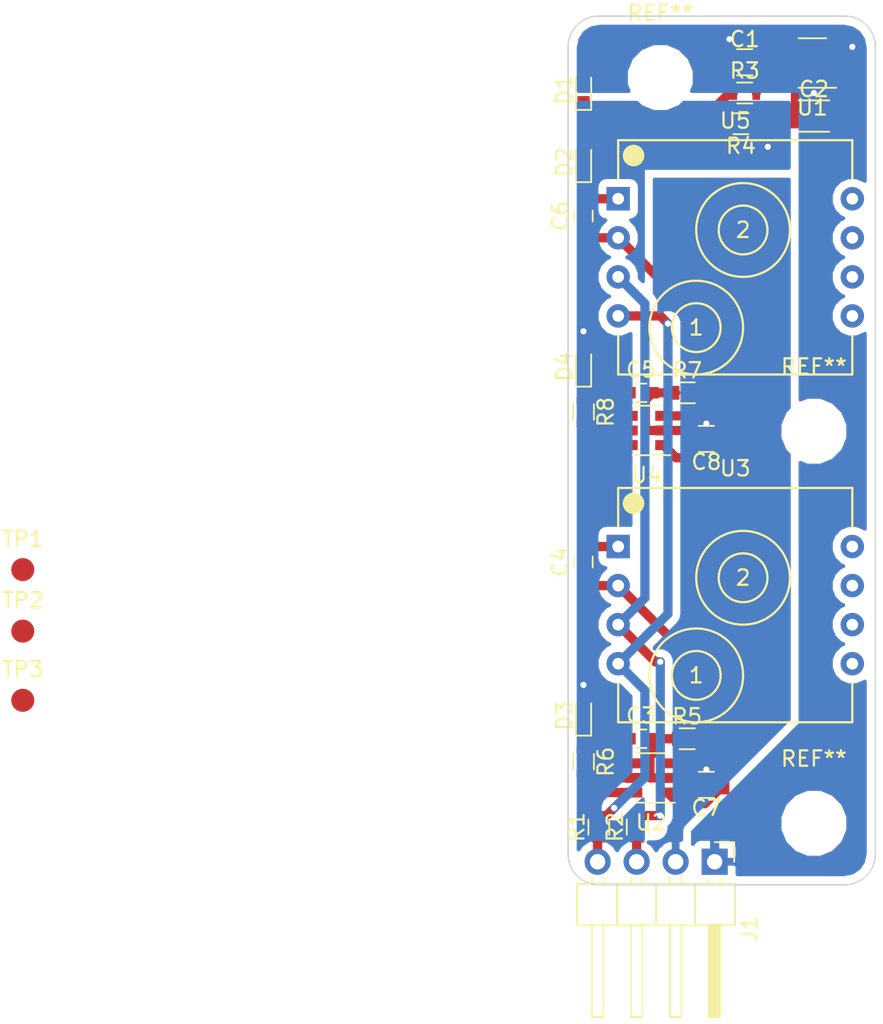
<source format=kicad_pcb>
(kicad_pcb (version 4) (host pcbnew 4.0.7)

  (general
    (links 54)
    (no_connects 9)
    (area 176.449999 68.949999 196.550001 122.550001)
    (thickness 1.6)
    (drawings 8)
    (tracks 159)
    (zones 0)
    (modules 32)
    (nets 27)
  )

  (page A4)
  (layers
    (0 F.Cu signal)
    (31 B.Cu signal)
    (32 B.Adhes user)
    (33 F.Adhes user)
    (34 B.Paste user)
    (35 F.Paste user)
    (36 B.SilkS user)
    (37 F.SilkS user)
    (38 B.Mask user)
    (39 F.Mask user)
    (40 Dwgs.User user)
    (41 Cmts.User user)
    (42 Eco1.User user)
    (43 Eco2.User user)
    (44 Edge.Cuts user)
    (45 Margin user)
    (46 B.CrtYd user)
    (47 F.CrtYd user)
    (48 B.Fab user)
    (49 F.Fab user hide)
  )

  (setup
    (last_trace_width 0.6)
    (trace_clearance 0.2)
    (zone_clearance 0.508)
    (zone_45_only no)
    (trace_min 0.2)
    (segment_width 0.2)
    (edge_width 0.1)
    (via_size 0.6)
    (via_drill 0.4)
    (via_min_size 0.4)
    (via_min_drill 0.3)
    (uvia_size 0.3)
    (uvia_drill 0.1)
    (uvias_allowed no)
    (uvia_min_size 0.2)
    (uvia_min_drill 0.1)
    (pcb_text_width 0.3)
    (pcb_text_size 1.5 1.5)
    (mod_edge_width 0.15)
    (mod_text_size 1 1)
    (mod_text_width 0.15)
    (pad_size 1.5 1.5)
    (pad_drill 0.6)
    (pad_to_mask_clearance 0)
    (aux_axis_origin 0 0)
    (visible_elements FFFFFF7F)
    (pcbplotparams
      (layerselection 0x00030_80000001)
      (usegerberextensions false)
      (excludeedgelayer true)
      (linewidth 0.100000)
      (plotframeref false)
      (viasonmask false)
      (mode 1)
      (useauxorigin false)
      (hpglpennumber 1)
      (hpglpenspeed 20)
      (hpglpendiameter 15)
      (hpglpenoverlay 2)
      (psnegative false)
      (psa4output false)
      (plotreference true)
      (plotvalue true)
      (plotinvisibletext false)
      (padsonsilk false)
      (subtractmaskfromsilk false)
      (outputformat 1)
      (mirror false)
      (drillshape 1)
      (scaleselection 1)
      (outputdirectory ""))
  )

  (net 0 "")
  (net 1 /GND)
  (net 2 /5v)
  (net 3 /3v3)
  (net 4 "Net-(C4-Pad1)")
  (net 5 "Net-(C6-Pad1)")
  (net 6 "Net-(D2-Pad2)")
  (net 7 /SDA)
  (net 8 /SCL)
  (net 9 "Net-(R1-Pad2)")
  (net 10 "Net-(R2-Pad2)")
  (net 11 "Net-(R5-Pad2)")
  (net 12 "Net-(R6-Pad2)")
  (net 13 "Net-(R7-Pad2)")
  (net 14 "Net-(R8-Pad2)")
  (net 15 "Net-(U1-Pad4)")
  (net 16 "Net-(U3-Pad5)")
  (net 17 "Net-(U3-Pad6)")
  (net 18 "Net-(U3-Pad7)")
  (net 19 "Net-(U3-Pad8)")
  (net 20 "Net-(U5-Pad5)")
  (net 21 "Net-(U5-Pad6)")
  (net 22 "Net-(U5-Pad7)")
  (net 23 "Net-(U5-Pad8)")
  (net 24 "Net-(D3-Pad1)")
  (net 25 "Net-(D4-Pad1)")
  (net 26 "Net-(D1-Pad1)")

  (net_class Default "This is the default net class."
    (clearance 0.2)
    (trace_width 0.6)
    (via_dia 0.6)
    (via_drill 0.4)
    (uvia_dia 0.3)
    (uvia_drill 0.1)
    (add_net /3v3)
    (add_net /5v)
    (add_net /GND)
    (add_net /SCL)
    (add_net /SDA)
    (add_net "Net-(C4-Pad1)")
    (add_net "Net-(C6-Pad1)")
    (add_net "Net-(D1-Pad1)")
    (add_net "Net-(D2-Pad2)")
    (add_net "Net-(D3-Pad1)")
    (add_net "Net-(D4-Pad1)")
    (add_net "Net-(R1-Pad2)")
    (add_net "Net-(R2-Pad2)")
    (add_net "Net-(R5-Pad2)")
    (add_net "Net-(R6-Pad2)")
    (add_net "Net-(R7-Pad2)")
    (add_net "Net-(R8-Pad2)")
    (add_net "Net-(U1-Pad4)")
    (add_net "Net-(U3-Pad5)")
    (add_net "Net-(U3-Pad6)")
    (add_net "Net-(U3-Pad7)")
    (add_net "Net-(U3-Pad8)")
    (add_net "Net-(U5-Pad5)")
    (add_net "Net-(U5-Pad6)")
    (add_net "Net-(U5-Pad7)")
    (add_net "Net-(U5-Pad8)")
  )

  (module Capacitors_SMD:C_0603 (layer F.Cu) (tedit 59958EE7) (tstamp 5A527291)
    (at 181.25 116)
    (descr "Capacitor SMD 0603, reflow soldering, AVX (see smccp.pdf)")
    (tags "capacitor 0603")
    (path /5A52B8A3)
    (attr smd)
    (fp_text reference C3 (at 0 -1.5) (layer F.SilkS)
      (effects (font (size 1 1) (thickness 0.15)))
    )
    (fp_text value 100n (at 0 1.5) (layer F.Fab)
      (effects (font (size 1 1) (thickness 0.15)))
    )
    (fp_line (start 1.4 0.65) (end -1.4 0.65) (layer F.CrtYd) (width 0.05))
    (fp_line (start 1.4 0.65) (end 1.4 -0.65) (layer F.CrtYd) (width 0.05))
    (fp_line (start -1.4 -0.65) (end -1.4 0.65) (layer F.CrtYd) (width 0.05))
    (fp_line (start -1.4 -0.65) (end 1.4 -0.65) (layer F.CrtYd) (width 0.05))
    (fp_line (start 0.35 0.6) (end -0.35 0.6) (layer F.SilkS) (width 0.12))
    (fp_line (start -0.35 -0.6) (end 0.35 -0.6) (layer F.SilkS) (width 0.12))
    (fp_line (start -0.8 -0.4) (end 0.8 -0.4) (layer F.Fab) (width 0.1))
    (fp_line (start 0.8 -0.4) (end 0.8 0.4) (layer F.Fab) (width 0.1))
    (fp_line (start 0.8 0.4) (end -0.8 0.4) (layer F.Fab) (width 0.1))
    (fp_line (start -0.8 0.4) (end -0.8 -0.4) (layer F.Fab) (width 0.1))
    (fp_text user %R (at 0 0) (layer F.Fab)
      (effects (font (size 0.3 0.3) (thickness 0.075)))
    )
    (pad 2 smd rect (at 0.75 0) (size 0.8 0.75) (layers F.Cu F.Paste F.Mask)
      (net 1 /GND))
    (pad 1 smd rect (at -0.75 0) (size 0.8 0.75) (layers F.Cu F.Paste F.Mask)
      (net 3 /3v3))
    (model Capacitors_SMD.3dshapes/C_0603.wrl
      (at (xyz 0 0 0))
      (scale (xyz 1 1 1))
      (rotate (xyz 0 0 0))
    )
  )

  (module Capacitors_SMD:C_0603 (layer F.Cu) (tedit 59958EE7) (tstamp 5A527297)
    (at 177.5 104.5 90)
    (descr "Capacitor SMD 0603, reflow soldering, AVX (see smccp.pdf)")
    (tags "capacitor 0603")
    (path /5A4C44E9)
    (attr smd)
    (fp_text reference C4 (at 0 -1.5 90) (layer F.SilkS)
      (effects (font (size 1 1) (thickness 0.15)))
    )
    (fp_text value 100n (at 0 1.5 90) (layer F.Fab)
      (effects (font (size 1 1) (thickness 0.15)))
    )
    (fp_line (start 1.4 0.65) (end -1.4 0.65) (layer F.CrtYd) (width 0.05))
    (fp_line (start 1.4 0.65) (end 1.4 -0.65) (layer F.CrtYd) (width 0.05))
    (fp_line (start -1.4 -0.65) (end -1.4 0.65) (layer F.CrtYd) (width 0.05))
    (fp_line (start -1.4 -0.65) (end 1.4 -0.65) (layer F.CrtYd) (width 0.05))
    (fp_line (start 0.35 0.6) (end -0.35 0.6) (layer F.SilkS) (width 0.12))
    (fp_line (start -0.35 -0.6) (end 0.35 -0.6) (layer F.SilkS) (width 0.12))
    (fp_line (start -0.8 -0.4) (end 0.8 -0.4) (layer F.Fab) (width 0.1))
    (fp_line (start 0.8 -0.4) (end 0.8 0.4) (layer F.Fab) (width 0.1))
    (fp_line (start 0.8 0.4) (end -0.8 0.4) (layer F.Fab) (width 0.1))
    (fp_line (start -0.8 0.4) (end -0.8 -0.4) (layer F.Fab) (width 0.1))
    (fp_text user %R (at 0 0 90) (layer F.Fab)
      (effects (font (size 0.3 0.3) (thickness 0.075)))
    )
    (pad 2 smd rect (at 0.75 0 90) (size 0.8 0.75) (layers F.Cu F.Paste F.Mask)
      (net 1 /GND))
    (pad 1 smd rect (at -0.75 0 90) (size 0.8 0.75) (layers F.Cu F.Paste F.Mask)
      (net 4 "Net-(C4-Pad1)"))
    (model Capacitors_SMD.3dshapes/C_0603.wrl
      (at (xyz 0 0 0))
      (scale (xyz 1 1 1))
      (rotate (xyz 0 0 0))
    )
  )

  (module Capacitors_SMD:C_0603 (layer F.Cu) (tedit 59958EE7) (tstamp 5A52729D)
    (at 181.25 93.5)
    (descr "Capacitor SMD 0603, reflow soldering, AVX (see smccp.pdf)")
    (tags "capacitor 0603")
    (path /5A52C2C6)
    (attr smd)
    (fp_text reference C5 (at 0 -1.5) (layer F.SilkS)
      (effects (font (size 1 1) (thickness 0.15)))
    )
    (fp_text value 100n (at 0 1.5) (layer F.Fab)
      (effects (font (size 1 1) (thickness 0.15)))
    )
    (fp_line (start 1.4 0.65) (end -1.4 0.65) (layer F.CrtYd) (width 0.05))
    (fp_line (start 1.4 0.65) (end 1.4 -0.65) (layer F.CrtYd) (width 0.05))
    (fp_line (start -1.4 -0.65) (end -1.4 0.65) (layer F.CrtYd) (width 0.05))
    (fp_line (start -1.4 -0.65) (end 1.4 -0.65) (layer F.CrtYd) (width 0.05))
    (fp_line (start 0.35 0.6) (end -0.35 0.6) (layer F.SilkS) (width 0.12))
    (fp_line (start -0.35 -0.6) (end 0.35 -0.6) (layer F.SilkS) (width 0.12))
    (fp_line (start -0.8 -0.4) (end 0.8 -0.4) (layer F.Fab) (width 0.1))
    (fp_line (start 0.8 -0.4) (end 0.8 0.4) (layer F.Fab) (width 0.1))
    (fp_line (start 0.8 0.4) (end -0.8 0.4) (layer F.Fab) (width 0.1))
    (fp_line (start -0.8 0.4) (end -0.8 -0.4) (layer F.Fab) (width 0.1))
    (fp_text user %R (at 0 0) (layer F.Fab)
      (effects (font (size 0.3 0.3) (thickness 0.075)))
    )
    (pad 2 smd rect (at 0.75 0) (size 0.8 0.75) (layers F.Cu F.Paste F.Mask)
      (net 1 /GND))
    (pad 1 smd rect (at -0.75 0) (size 0.8 0.75) (layers F.Cu F.Paste F.Mask)
      (net 3 /3v3))
    (model Capacitors_SMD.3dshapes/C_0603.wrl
      (at (xyz 0 0 0))
      (scale (xyz 1 1 1))
      (rotate (xyz 0 0 0))
    )
  )

  (module Capacitors_SMD:C_0603 (layer F.Cu) (tedit 59958EE7) (tstamp 5A5272A3)
    (at 177.5 82 90)
    (descr "Capacitor SMD 0603, reflow soldering, AVX (see smccp.pdf)")
    (tags "capacitor 0603")
    (path /5A52C296)
    (attr smd)
    (fp_text reference C6 (at 0 -1.5 90) (layer F.SilkS)
      (effects (font (size 1 1) (thickness 0.15)))
    )
    (fp_text value 100n (at 0 1.5 90) (layer F.Fab)
      (effects (font (size 1 1) (thickness 0.15)))
    )
    (fp_line (start 1.4 0.65) (end -1.4 0.65) (layer F.CrtYd) (width 0.05))
    (fp_line (start 1.4 0.65) (end 1.4 -0.65) (layer F.CrtYd) (width 0.05))
    (fp_line (start -1.4 -0.65) (end -1.4 0.65) (layer F.CrtYd) (width 0.05))
    (fp_line (start -1.4 -0.65) (end 1.4 -0.65) (layer F.CrtYd) (width 0.05))
    (fp_line (start 0.35 0.6) (end -0.35 0.6) (layer F.SilkS) (width 0.12))
    (fp_line (start -0.35 -0.6) (end 0.35 -0.6) (layer F.SilkS) (width 0.12))
    (fp_line (start -0.8 -0.4) (end 0.8 -0.4) (layer F.Fab) (width 0.1))
    (fp_line (start 0.8 -0.4) (end 0.8 0.4) (layer F.Fab) (width 0.1))
    (fp_line (start 0.8 0.4) (end -0.8 0.4) (layer F.Fab) (width 0.1))
    (fp_line (start -0.8 0.4) (end -0.8 -0.4) (layer F.Fab) (width 0.1))
    (fp_text user %R (at 0 0 90) (layer F.Fab)
      (effects (font (size 0.3 0.3) (thickness 0.075)))
    )
    (pad 2 smd rect (at 0.75 0 90) (size 0.8 0.75) (layers F.Cu F.Paste F.Mask)
      (net 1 /GND))
    (pad 1 smd rect (at -0.75 0 90) (size 0.8 0.75) (layers F.Cu F.Paste F.Mask)
      (net 5 "Net-(C6-Pad1)"))
    (model Capacitors_SMD.3dshapes/C_0603.wrl
      (at (xyz 0 0 0))
      (scale (xyz 1 1 1))
      (rotate (xyz 0 0 0))
    )
  )

  (module LEDs:LED_0603 (layer F.Cu) (tedit 57FE93A5) (tstamp 5A5272A9)
    (at 177.5 73.8 90)
    (descr "LED 0603 smd package")
    (tags "LED led 0603 SMD smd SMT smt smdled SMDLED smtled SMTLED")
    (path /5A50D519)
    (attr smd)
    (fp_text reference D1 (at 0 -1.25 90) (layer F.SilkS)
      (effects (font (size 1 1) (thickness 0.15)))
    )
    (fp_text value LED_5v (at 0 1.35 90) (layer F.Fab)
      (effects (font (size 1 1) (thickness 0.15)))
    )
    (fp_line (start -1.3 -0.5) (end -1.3 0.5) (layer F.SilkS) (width 0.12))
    (fp_line (start -0.2 -0.2) (end -0.2 0.2) (layer F.Fab) (width 0.1))
    (fp_line (start -0.15 0) (end 0.15 -0.2) (layer F.Fab) (width 0.1))
    (fp_line (start 0.15 0.2) (end -0.15 0) (layer F.Fab) (width 0.1))
    (fp_line (start 0.15 -0.2) (end 0.15 0.2) (layer F.Fab) (width 0.1))
    (fp_line (start 0.8 0.4) (end -0.8 0.4) (layer F.Fab) (width 0.1))
    (fp_line (start 0.8 -0.4) (end 0.8 0.4) (layer F.Fab) (width 0.1))
    (fp_line (start -0.8 -0.4) (end 0.8 -0.4) (layer F.Fab) (width 0.1))
    (fp_line (start -0.8 0.4) (end -0.8 -0.4) (layer F.Fab) (width 0.1))
    (fp_line (start -1.3 0.5) (end 0.8 0.5) (layer F.SilkS) (width 0.12))
    (fp_line (start -1.3 -0.5) (end 0.8 -0.5) (layer F.SilkS) (width 0.12))
    (fp_line (start 1.45 -0.65) (end 1.45 0.65) (layer F.CrtYd) (width 0.05))
    (fp_line (start 1.45 0.65) (end -1.45 0.65) (layer F.CrtYd) (width 0.05))
    (fp_line (start -1.45 0.65) (end -1.45 -0.65) (layer F.CrtYd) (width 0.05))
    (fp_line (start -1.45 -0.65) (end 1.45 -0.65) (layer F.CrtYd) (width 0.05))
    (pad 2 smd rect (at 0.8 0 270) (size 0.8 0.8) (layers F.Cu F.Paste F.Mask)
      (net 2 /5v))
    (pad 1 smd rect (at -0.8 0 270) (size 0.8 0.8) (layers F.Cu F.Paste F.Mask)
      (net 26 "Net-(D1-Pad1)"))
    (model ${KISYS3DMOD}/LEDs.3dshapes/LED_0603.wrl
      (at (xyz 0 0 0))
      (scale (xyz 1 1 1))
      (rotate (xyz 0 0 180))
    )
  )

  (module LEDs:LED_0603 (layer F.Cu) (tedit 57FE93A5) (tstamp 5A5272AF)
    (at 177.5 78.5 90)
    (descr "LED 0603 smd package")
    (tags "LED led 0603 SMD smd SMT smt smdled SMDLED smtled SMTLED")
    (path /5A50DFBD)
    (attr smd)
    (fp_text reference D2 (at 0 -1.25 90) (layer F.SilkS)
      (effects (font (size 1 1) (thickness 0.15)))
    )
    (fp_text value LED_3v3 (at 0 1.35 90) (layer F.Fab)
      (effects (font (size 1 1) (thickness 0.15)))
    )
    (fp_line (start -1.3 -0.5) (end -1.3 0.5) (layer F.SilkS) (width 0.12))
    (fp_line (start -0.2 -0.2) (end -0.2 0.2) (layer F.Fab) (width 0.1))
    (fp_line (start -0.15 0) (end 0.15 -0.2) (layer F.Fab) (width 0.1))
    (fp_line (start 0.15 0.2) (end -0.15 0) (layer F.Fab) (width 0.1))
    (fp_line (start 0.15 -0.2) (end 0.15 0.2) (layer F.Fab) (width 0.1))
    (fp_line (start 0.8 0.4) (end -0.8 0.4) (layer F.Fab) (width 0.1))
    (fp_line (start 0.8 -0.4) (end 0.8 0.4) (layer F.Fab) (width 0.1))
    (fp_line (start -0.8 -0.4) (end 0.8 -0.4) (layer F.Fab) (width 0.1))
    (fp_line (start -0.8 0.4) (end -0.8 -0.4) (layer F.Fab) (width 0.1))
    (fp_line (start -1.3 0.5) (end 0.8 0.5) (layer F.SilkS) (width 0.12))
    (fp_line (start -1.3 -0.5) (end 0.8 -0.5) (layer F.SilkS) (width 0.12))
    (fp_line (start 1.45 -0.65) (end 1.45 0.65) (layer F.CrtYd) (width 0.05))
    (fp_line (start 1.45 0.65) (end -1.45 0.65) (layer F.CrtYd) (width 0.05))
    (fp_line (start -1.45 0.65) (end -1.45 -0.65) (layer F.CrtYd) (width 0.05))
    (fp_line (start -1.45 -0.65) (end 1.45 -0.65) (layer F.CrtYd) (width 0.05))
    (pad 2 smd rect (at 0.8 0 270) (size 0.8 0.8) (layers F.Cu F.Paste F.Mask)
      (net 6 "Net-(D2-Pad2)"))
    (pad 1 smd rect (at -0.8 0 270) (size 0.8 0.8) (layers F.Cu F.Paste F.Mask)
      (net 1 /GND))
    (model ${KISYS3DMOD}/LEDs.3dshapes/LED_0603.wrl
      (at (xyz 0 0 0))
      (scale (xyz 1 1 1))
      (rotate (xyz 0 0 180))
    )
  )

  (module LEDs:LED_0603 (layer F.Cu) (tedit 57FE93A5) (tstamp 5A5272B5)
    (at 177.5 114.5 90)
    (descr "LED 0603 smd package")
    (tags "LED led 0603 SMD smd SMT smt smdled SMDLED smtled SMTLED")
    (path /5A50DA10)
    (attr smd)
    (fp_text reference D3 (at 0 -1.25 90) (layer F.SilkS)
      (effects (font (size 1 1) (thickness 0.15)))
    )
    (fp_text value LED_P1 (at 0 1.35 90) (layer F.Fab)
      (effects (font (size 1 1) (thickness 0.15)))
    )
    (fp_line (start -1.3 -0.5) (end -1.3 0.5) (layer F.SilkS) (width 0.12))
    (fp_line (start -0.2 -0.2) (end -0.2 0.2) (layer F.Fab) (width 0.1))
    (fp_line (start -0.15 0) (end 0.15 -0.2) (layer F.Fab) (width 0.1))
    (fp_line (start 0.15 0.2) (end -0.15 0) (layer F.Fab) (width 0.1))
    (fp_line (start 0.15 -0.2) (end 0.15 0.2) (layer F.Fab) (width 0.1))
    (fp_line (start 0.8 0.4) (end -0.8 0.4) (layer F.Fab) (width 0.1))
    (fp_line (start 0.8 -0.4) (end 0.8 0.4) (layer F.Fab) (width 0.1))
    (fp_line (start -0.8 -0.4) (end 0.8 -0.4) (layer F.Fab) (width 0.1))
    (fp_line (start -0.8 0.4) (end -0.8 -0.4) (layer F.Fab) (width 0.1))
    (fp_line (start -1.3 0.5) (end 0.8 0.5) (layer F.SilkS) (width 0.12))
    (fp_line (start -1.3 -0.5) (end 0.8 -0.5) (layer F.SilkS) (width 0.12))
    (fp_line (start 1.45 -0.65) (end 1.45 0.65) (layer F.CrtYd) (width 0.05))
    (fp_line (start 1.45 0.65) (end -1.45 0.65) (layer F.CrtYd) (width 0.05))
    (fp_line (start -1.45 0.65) (end -1.45 -0.65) (layer F.CrtYd) (width 0.05))
    (fp_line (start -1.45 -0.65) (end 1.45 -0.65) (layer F.CrtYd) (width 0.05))
    (pad 2 smd rect (at 0.8 0 270) (size 0.8 0.8) (layers F.Cu F.Paste F.Mask)
      (net 3 /3v3))
    (pad 1 smd rect (at -0.8 0 270) (size 0.8 0.8) (layers F.Cu F.Paste F.Mask)
      (net 24 "Net-(D3-Pad1)"))
    (model ${KISYS3DMOD}/LEDs.3dshapes/LED_0603.wrl
      (at (xyz 0 0 0))
      (scale (xyz 1 1 1))
      (rotate (xyz 0 0 180))
    )
  )

  (module LEDs:LED_0603 (layer F.Cu) (tedit 57FE93A5) (tstamp 5A5272BB)
    (at 177.5 91.8 90)
    (descr "LED 0603 smd package")
    (tags "LED led 0603 SMD smd SMT smt smdled SMDLED smtled SMTLED")
    (path /5A52C2A8)
    (attr smd)
    (fp_text reference D4 (at 0 -1.25 90) (layer F.SilkS)
      (effects (font (size 1 1) (thickness 0.15)))
    )
    (fp_text value LED_P2 (at 0 1.35 90) (layer F.Fab)
      (effects (font (size 1 1) (thickness 0.15)))
    )
    (fp_line (start -1.3 -0.5) (end -1.3 0.5) (layer F.SilkS) (width 0.12))
    (fp_line (start -0.2 -0.2) (end -0.2 0.2) (layer F.Fab) (width 0.1))
    (fp_line (start -0.15 0) (end 0.15 -0.2) (layer F.Fab) (width 0.1))
    (fp_line (start 0.15 0.2) (end -0.15 0) (layer F.Fab) (width 0.1))
    (fp_line (start 0.15 -0.2) (end 0.15 0.2) (layer F.Fab) (width 0.1))
    (fp_line (start 0.8 0.4) (end -0.8 0.4) (layer F.Fab) (width 0.1))
    (fp_line (start 0.8 -0.4) (end 0.8 0.4) (layer F.Fab) (width 0.1))
    (fp_line (start -0.8 -0.4) (end 0.8 -0.4) (layer F.Fab) (width 0.1))
    (fp_line (start -0.8 0.4) (end -0.8 -0.4) (layer F.Fab) (width 0.1))
    (fp_line (start -1.3 0.5) (end 0.8 0.5) (layer F.SilkS) (width 0.12))
    (fp_line (start -1.3 -0.5) (end 0.8 -0.5) (layer F.SilkS) (width 0.12))
    (fp_line (start 1.45 -0.65) (end 1.45 0.65) (layer F.CrtYd) (width 0.05))
    (fp_line (start 1.45 0.65) (end -1.45 0.65) (layer F.CrtYd) (width 0.05))
    (fp_line (start -1.45 0.65) (end -1.45 -0.65) (layer F.CrtYd) (width 0.05))
    (fp_line (start -1.45 -0.65) (end 1.45 -0.65) (layer F.CrtYd) (width 0.05))
    (pad 2 smd rect (at 0.8 0 270) (size 0.8 0.8) (layers F.Cu F.Paste F.Mask)
      (net 3 /3v3))
    (pad 1 smd rect (at -0.8 0 270) (size 0.8 0.8) (layers F.Cu F.Paste F.Mask)
      (net 25 "Net-(D4-Pad1)"))
    (model ${KISYS3DMOD}/LEDs.3dshapes/LED_0603.wrl
      (at (xyz 0 0 0))
      (scale (xyz 1 1 1))
      (rotate (xyz 0 0 180))
    )
  )

  (module Pin_Headers:Pin_Header_Angled_1x04_Pitch2.54mm (layer F.Cu) (tedit 59650532) (tstamp 5A5272C3)
    (at 186.04 124 270)
    (descr "Through hole angled pin header, 1x04, 2.54mm pitch, 6mm pin length, single row")
    (tags "Through hole angled pin header THT 1x04 2.54mm single row")
    (path /5A4C2BC1)
    (fp_text reference J1 (at 4.385 -2.27 270) (layer F.SilkS)
      (effects (font (size 1 1) (thickness 0.15)))
    )
    (fp_text value Conn_01x04 (at 4.385 9.89 270) (layer F.Fab)
      (effects (font (size 1 1) (thickness 0.15)))
    )
    (fp_line (start 2.135 -1.27) (end 4.04 -1.27) (layer F.Fab) (width 0.1))
    (fp_line (start 4.04 -1.27) (end 4.04 8.89) (layer F.Fab) (width 0.1))
    (fp_line (start 4.04 8.89) (end 1.5 8.89) (layer F.Fab) (width 0.1))
    (fp_line (start 1.5 8.89) (end 1.5 -0.635) (layer F.Fab) (width 0.1))
    (fp_line (start 1.5 -0.635) (end 2.135 -1.27) (layer F.Fab) (width 0.1))
    (fp_line (start -0.32 -0.32) (end 1.5 -0.32) (layer F.Fab) (width 0.1))
    (fp_line (start -0.32 -0.32) (end -0.32 0.32) (layer F.Fab) (width 0.1))
    (fp_line (start -0.32 0.32) (end 1.5 0.32) (layer F.Fab) (width 0.1))
    (fp_line (start 4.04 -0.32) (end 10.04 -0.32) (layer F.Fab) (width 0.1))
    (fp_line (start 10.04 -0.32) (end 10.04 0.32) (layer F.Fab) (width 0.1))
    (fp_line (start 4.04 0.32) (end 10.04 0.32) (layer F.Fab) (width 0.1))
    (fp_line (start -0.32 2.22) (end 1.5 2.22) (layer F.Fab) (width 0.1))
    (fp_line (start -0.32 2.22) (end -0.32 2.86) (layer F.Fab) (width 0.1))
    (fp_line (start -0.32 2.86) (end 1.5 2.86) (layer F.Fab) (width 0.1))
    (fp_line (start 4.04 2.22) (end 10.04 2.22) (layer F.Fab) (width 0.1))
    (fp_line (start 10.04 2.22) (end 10.04 2.86) (layer F.Fab) (width 0.1))
    (fp_line (start 4.04 2.86) (end 10.04 2.86) (layer F.Fab) (width 0.1))
    (fp_line (start -0.32 4.76) (end 1.5 4.76) (layer F.Fab) (width 0.1))
    (fp_line (start -0.32 4.76) (end -0.32 5.4) (layer F.Fab) (width 0.1))
    (fp_line (start -0.32 5.4) (end 1.5 5.4) (layer F.Fab) (width 0.1))
    (fp_line (start 4.04 4.76) (end 10.04 4.76) (layer F.Fab) (width 0.1))
    (fp_line (start 10.04 4.76) (end 10.04 5.4) (layer F.Fab) (width 0.1))
    (fp_line (start 4.04 5.4) (end 10.04 5.4) (layer F.Fab) (width 0.1))
    (fp_line (start -0.32 7.3) (end 1.5 7.3) (layer F.Fab) (width 0.1))
    (fp_line (start -0.32 7.3) (end -0.32 7.94) (layer F.Fab) (width 0.1))
    (fp_line (start -0.32 7.94) (end 1.5 7.94) (layer F.Fab) (width 0.1))
    (fp_line (start 4.04 7.3) (end 10.04 7.3) (layer F.Fab) (width 0.1))
    (fp_line (start 10.04 7.3) (end 10.04 7.94) (layer F.Fab) (width 0.1))
    (fp_line (start 4.04 7.94) (end 10.04 7.94) (layer F.Fab) (width 0.1))
    (fp_line (start 1.44 -1.33) (end 1.44 8.95) (layer F.SilkS) (width 0.12))
    (fp_line (start 1.44 8.95) (end 4.1 8.95) (layer F.SilkS) (width 0.12))
    (fp_line (start 4.1 8.95) (end 4.1 -1.33) (layer F.SilkS) (width 0.12))
    (fp_line (start 4.1 -1.33) (end 1.44 -1.33) (layer F.SilkS) (width 0.12))
    (fp_line (start 4.1 -0.38) (end 10.1 -0.38) (layer F.SilkS) (width 0.12))
    (fp_line (start 10.1 -0.38) (end 10.1 0.38) (layer F.SilkS) (width 0.12))
    (fp_line (start 10.1 0.38) (end 4.1 0.38) (layer F.SilkS) (width 0.12))
    (fp_line (start 4.1 -0.32) (end 10.1 -0.32) (layer F.SilkS) (width 0.12))
    (fp_line (start 4.1 -0.2) (end 10.1 -0.2) (layer F.SilkS) (width 0.12))
    (fp_line (start 4.1 -0.08) (end 10.1 -0.08) (layer F.SilkS) (width 0.12))
    (fp_line (start 4.1 0.04) (end 10.1 0.04) (layer F.SilkS) (width 0.12))
    (fp_line (start 4.1 0.16) (end 10.1 0.16) (layer F.SilkS) (width 0.12))
    (fp_line (start 4.1 0.28) (end 10.1 0.28) (layer F.SilkS) (width 0.12))
    (fp_line (start 1.11 -0.38) (end 1.44 -0.38) (layer F.SilkS) (width 0.12))
    (fp_line (start 1.11 0.38) (end 1.44 0.38) (layer F.SilkS) (width 0.12))
    (fp_line (start 1.44 1.27) (end 4.1 1.27) (layer F.SilkS) (width 0.12))
    (fp_line (start 4.1 2.16) (end 10.1 2.16) (layer F.SilkS) (width 0.12))
    (fp_line (start 10.1 2.16) (end 10.1 2.92) (layer F.SilkS) (width 0.12))
    (fp_line (start 10.1 2.92) (end 4.1 2.92) (layer F.SilkS) (width 0.12))
    (fp_line (start 1.042929 2.16) (end 1.44 2.16) (layer F.SilkS) (width 0.12))
    (fp_line (start 1.042929 2.92) (end 1.44 2.92) (layer F.SilkS) (width 0.12))
    (fp_line (start 1.44 3.81) (end 4.1 3.81) (layer F.SilkS) (width 0.12))
    (fp_line (start 4.1 4.7) (end 10.1 4.7) (layer F.SilkS) (width 0.12))
    (fp_line (start 10.1 4.7) (end 10.1 5.46) (layer F.SilkS) (width 0.12))
    (fp_line (start 10.1 5.46) (end 4.1 5.46) (layer F.SilkS) (width 0.12))
    (fp_line (start 1.042929 4.7) (end 1.44 4.7) (layer F.SilkS) (width 0.12))
    (fp_line (start 1.042929 5.46) (end 1.44 5.46) (layer F.SilkS) (width 0.12))
    (fp_line (start 1.44 6.35) (end 4.1 6.35) (layer F.SilkS) (width 0.12))
    (fp_line (start 4.1 7.24) (end 10.1 7.24) (layer F.SilkS) (width 0.12))
    (fp_line (start 10.1 7.24) (end 10.1 8) (layer F.SilkS) (width 0.12))
    (fp_line (start 10.1 8) (end 4.1 8) (layer F.SilkS) (width 0.12))
    (fp_line (start 1.042929 7.24) (end 1.44 7.24) (layer F.SilkS) (width 0.12))
    (fp_line (start 1.042929 8) (end 1.44 8) (layer F.SilkS) (width 0.12))
    (fp_line (start -1.27 0) (end -1.27 -1.27) (layer F.SilkS) (width 0.12))
    (fp_line (start -1.27 -1.27) (end 0 -1.27) (layer F.SilkS) (width 0.12))
    (fp_line (start -1.8 -1.8) (end -1.8 9.4) (layer F.CrtYd) (width 0.05))
    (fp_line (start -1.8 9.4) (end 10.55 9.4) (layer F.CrtYd) (width 0.05))
    (fp_line (start 10.55 9.4) (end 10.55 -1.8) (layer F.CrtYd) (width 0.05))
    (fp_line (start 10.55 -1.8) (end -1.8 -1.8) (layer F.CrtYd) (width 0.05))
    (fp_text user %R (at 2.77 3.81 360) (layer F.Fab)
      (effects (font (size 1 1) (thickness 0.15)))
    )
    (pad 1 thru_hole rect (at 0 0 270) (size 1.7 1.7) (drill 1) (layers *.Cu *.Mask)
      (net 2 /5v))
    (pad 2 thru_hole oval (at 0 2.54 270) (size 1.7 1.7) (drill 1) (layers *.Cu *.Mask)
      (net 1 /GND))
    (pad 3 thru_hole oval (at 0 5.08 270) (size 1.7 1.7) (drill 1) (layers *.Cu *.Mask)
      (net 7 /SDA))
    (pad 4 thru_hole oval (at 0 7.62 270) (size 1.7 1.7) (drill 1) (layers *.Cu *.Mask)
      (net 8 /SCL))
    (model ${KISYS3DMOD}/Pin_Headers.3dshapes/Pin_Header_Angled_1x04_Pitch2.54mm.wrl
      (at (xyz 0 0 0))
      (scale (xyz 1 1 1))
      (rotate (xyz 0 0 0))
    )
  )

  (module Resistors_SMD:R_0603 (layer F.Cu) (tedit 58E0A804) (tstamp 5A5272C9)
    (at 178.5 121.75 90)
    (descr "Resistor SMD 0603, reflow soldering, Vishay (see dcrcw.pdf)")
    (tags "resistor 0603")
    (path /5A4F1CD4)
    (attr smd)
    (fp_text reference R1 (at 0 -1.45 90) (layer F.SilkS)
      (effects (font (size 1 1) (thickness 0.15)))
    )
    (fp_text value 100 (at 0 1.5 90) (layer F.Fab)
      (effects (font (size 1 1) (thickness 0.15)))
    )
    (fp_text user %R (at 0 0 90) (layer F.Fab)
      (effects (font (size 0.4 0.4) (thickness 0.075)))
    )
    (fp_line (start -0.8 0.4) (end -0.8 -0.4) (layer F.Fab) (width 0.1))
    (fp_line (start 0.8 0.4) (end -0.8 0.4) (layer F.Fab) (width 0.1))
    (fp_line (start 0.8 -0.4) (end 0.8 0.4) (layer F.Fab) (width 0.1))
    (fp_line (start -0.8 -0.4) (end 0.8 -0.4) (layer F.Fab) (width 0.1))
    (fp_line (start 0.5 0.68) (end -0.5 0.68) (layer F.SilkS) (width 0.12))
    (fp_line (start -0.5 -0.68) (end 0.5 -0.68) (layer F.SilkS) (width 0.12))
    (fp_line (start -1.25 -0.7) (end 1.25 -0.7) (layer F.CrtYd) (width 0.05))
    (fp_line (start -1.25 -0.7) (end -1.25 0.7) (layer F.CrtYd) (width 0.05))
    (fp_line (start 1.25 0.7) (end 1.25 -0.7) (layer F.CrtYd) (width 0.05))
    (fp_line (start 1.25 0.7) (end -1.25 0.7) (layer F.CrtYd) (width 0.05))
    (pad 1 smd rect (at -0.75 0 90) (size 0.5 0.9) (layers F.Cu F.Paste F.Mask)
      (net 8 /SCL))
    (pad 2 smd rect (at 0.75 0 90) (size 0.5 0.9) (layers F.Cu F.Paste F.Mask)
      (net 9 "Net-(R1-Pad2)"))
    (model ${KISYS3DMOD}/Resistors_SMD.3dshapes/R_0603.wrl
      (at (xyz 0 0 0))
      (scale (xyz 1 1 1))
      (rotate (xyz 0 0 0))
    )
  )

  (module Resistors_SMD:R_0603 (layer F.Cu) (tedit 58E0A804) (tstamp 5A5272CF)
    (at 181 121.75 90)
    (descr "Resistor SMD 0603, reflow soldering, Vishay (see dcrcw.pdf)")
    (tags "resistor 0603")
    (path /5A4F1D4D)
    (attr smd)
    (fp_text reference R2 (at 0 -1.45 90) (layer F.SilkS)
      (effects (font (size 1 1) (thickness 0.15)))
    )
    (fp_text value 100 (at 0 1.5 90) (layer F.Fab)
      (effects (font (size 1 1) (thickness 0.15)))
    )
    (fp_text user %R (at 0 0 90) (layer F.Fab)
      (effects (font (size 0.4 0.4) (thickness 0.075)))
    )
    (fp_line (start -0.8 0.4) (end -0.8 -0.4) (layer F.Fab) (width 0.1))
    (fp_line (start 0.8 0.4) (end -0.8 0.4) (layer F.Fab) (width 0.1))
    (fp_line (start 0.8 -0.4) (end 0.8 0.4) (layer F.Fab) (width 0.1))
    (fp_line (start -0.8 -0.4) (end 0.8 -0.4) (layer F.Fab) (width 0.1))
    (fp_line (start 0.5 0.68) (end -0.5 0.68) (layer F.SilkS) (width 0.12))
    (fp_line (start -0.5 -0.68) (end 0.5 -0.68) (layer F.SilkS) (width 0.12))
    (fp_line (start -1.25 -0.7) (end 1.25 -0.7) (layer F.CrtYd) (width 0.05))
    (fp_line (start -1.25 -0.7) (end -1.25 0.7) (layer F.CrtYd) (width 0.05))
    (fp_line (start 1.25 0.7) (end 1.25 -0.7) (layer F.CrtYd) (width 0.05))
    (fp_line (start 1.25 0.7) (end -1.25 0.7) (layer F.CrtYd) (width 0.05))
    (pad 1 smd rect (at -0.75 0 90) (size 0.5 0.9) (layers F.Cu F.Paste F.Mask)
      (net 7 /SDA))
    (pad 2 smd rect (at 0.75 0 90) (size 0.5 0.9) (layers F.Cu F.Paste F.Mask)
      (net 10 "Net-(R2-Pad2)"))
    (model ${KISYS3DMOD}/Resistors_SMD.3dshapes/R_0603.wrl
      (at (xyz 0 0 0))
      (scale (xyz 1 1 1))
      (rotate (xyz 0 0 0))
    )
  )

  (module Resistors_SMD:R_0603 (layer F.Cu) (tedit 58E0A804) (tstamp 5A5272D5)
    (at 188 74)
    (descr "Resistor SMD 0603, reflow soldering, Vishay (see dcrcw.pdf)")
    (tags "resistor 0603")
    (path /5A50D594)
    (attr smd)
    (fp_text reference R3 (at 0 -1.45) (layer F.SilkS)
      (effects (font (size 1 1) (thickness 0.15)))
    )
    (fp_text value 4k7 (at 0 1.5) (layer F.Fab)
      (effects (font (size 1 1) (thickness 0.15)))
    )
    (fp_text user %R (at 0 0) (layer F.Fab)
      (effects (font (size 0.4 0.4) (thickness 0.075)))
    )
    (fp_line (start -0.8 0.4) (end -0.8 -0.4) (layer F.Fab) (width 0.1))
    (fp_line (start 0.8 0.4) (end -0.8 0.4) (layer F.Fab) (width 0.1))
    (fp_line (start 0.8 -0.4) (end 0.8 0.4) (layer F.Fab) (width 0.1))
    (fp_line (start -0.8 -0.4) (end 0.8 -0.4) (layer F.Fab) (width 0.1))
    (fp_line (start 0.5 0.68) (end -0.5 0.68) (layer F.SilkS) (width 0.12))
    (fp_line (start -0.5 -0.68) (end 0.5 -0.68) (layer F.SilkS) (width 0.12))
    (fp_line (start -1.25 -0.7) (end 1.25 -0.7) (layer F.CrtYd) (width 0.05))
    (fp_line (start -1.25 -0.7) (end -1.25 0.7) (layer F.CrtYd) (width 0.05))
    (fp_line (start 1.25 0.7) (end 1.25 -0.7) (layer F.CrtYd) (width 0.05))
    (fp_line (start 1.25 0.7) (end -1.25 0.7) (layer F.CrtYd) (width 0.05))
    (pad 1 smd rect (at -0.75 0) (size 0.5 0.9) (layers F.Cu F.Paste F.Mask)
      (net 26 "Net-(D1-Pad1)"))
    (pad 2 smd rect (at 0.75 0) (size 0.5 0.9) (layers F.Cu F.Paste F.Mask)
      (net 1 /GND))
    (model ${KISYS3DMOD}/Resistors_SMD.3dshapes/R_0603.wrl
      (at (xyz 0 0 0))
      (scale (xyz 1 1 1))
      (rotate (xyz 0 0 0))
    )
  )

  (module Resistors_SMD:R_0603 (layer F.Cu) (tedit 58E0A804) (tstamp 5A5272DB)
    (at 187.75 76 180)
    (descr "Resistor SMD 0603, reflow soldering, Vishay (see dcrcw.pdf)")
    (tags "resistor 0603")
    (path /5A50DF4E)
    (attr smd)
    (fp_text reference R4 (at 0 -1.45 180) (layer F.SilkS)
      (effects (font (size 1 1) (thickness 0.15)))
    )
    (fp_text value 2k7 (at 0 1.5 180) (layer F.Fab)
      (effects (font (size 1 1) (thickness 0.15)))
    )
    (fp_text user %R (at 0 0 180) (layer F.Fab)
      (effects (font (size 0.4 0.4) (thickness 0.075)))
    )
    (fp_line (start -0.8 0.4) (end -0.8 -0.4) (layer F.Fab) (width 0.1))
    (fp_line (start 0.8 0.4) (end -0.8 0.4) (layer F.Fab) (width 0.1))
    (fp_line (start 0.8 -0.4) (end 0.8 0.4) (layer F.Fab) (width 0.1))
    (fp_line (start -0.8 -0.4) (end 0.8 -0.4) (layer F.Fab) (width 0.1))
    (fp_line (start 0.5 0.68) (end -0.5 0.68) (layer F.SilkS) (width 0.12))
    (fp_line (start -0.5 -0.68) (end 0.5 -0.68) (layer F.SilkS) (width 0.12))
    (fp_line (start -1.25 -0.7) (end 1.25 -0.7) (layer F.CrtYd) (width 0.05))
    (fp_line (start -1.25 -0.7) (end -1.25 0.7) (layer F.CrtYd) (width 0.05))
    (fp_line (start 1.25 0.7) (end 1.25 -0.7) (layer F.CrtYd) (width 0.05))
    (fp_line (start 1.25 0.7) (end -1.25 0.7) (layer F.CrtYd) (width 0.05))
    (pad 1 smd rect (at -0.75 0 180) (size 0.5 0.9) (layers F.Cu F.Paste F.Mask)
      (net 3 /3v3))
    (pad 2 smd rect (at 0.75 0 180) (size 0.5 0.9) (layers F.Cu F.Paste F.Mask)
      (net 6 "Net-(D2-Pad2)"))
    (model ${KISYS3DMOD}/Resistors_SMD.3dshapes/R_0603.wrl
      (at (xyz 0 0 0))
      (scale (xyz 1 1 1))
      (rotate (xyz 0 0 0))
    )
  )

  (module Resistors_SMD:R_0603 (layer F.Cu) (tedit 58E0A804) (tstamp 5A5272E1)
    (at 184.25 116)
    (descr "Resistor SMD 0603, reflow soldering, Vishay (see dcrcw.pdf)")
    (tags "resistor 0603")
    (path /5A4C2B09)
    (attr smd)
    (fp_text reference R5 (at 0 -1.45) (layer F.SilkS)
      (effects (font (size 1 1) (thickness 0.15)))
    )
    (fp_text value 400k (at 0 1.5) (layer F.Fab)
      (effects (font (size 1 1) (thickness 0.15)))
    )
    (fp_text user %R (at 0 0) (layer F.Fab)
      (effects (font (size 0.4 0.4) (thickness 0.075)))
    )
    (fp_line (start -0.8 0.4) (end -0.8 -0.4) (layer F.Fab) (width 0.1))
    (fp_line (start 0.8 0.4) (end -0.8 0.4) (layer F.Fab) (width 0.1))
    (fp_line (start 0.8 -0.4) (end 0.8 0.4) (layer F.Fab) (width 0.1))
    (fp_line (start -0.8 -0.4) (end 0.8 -0.4) (layer F.Fab) (width 0.1))
    (fp_line (start 0.5 0.68) (end -0.5 0.68) (layer F.SilkS) (width 0.12))
    (fp_line (start -0.5 -0.68) (end 0.5 -0.68) (layer F.SilkS) (width 0.12))
    (fp_line (start -1.25 -0.7) (end 1.25 -0.7) (layer F.CrtYd) (width 0.05))
    (fp_line (start -1.25 -0.7) (end -1.25 0.7) (layer F.CrtYd) (width 0.05))
    (fp_line (start 1.25 0.7) (end 1.25 -0.7) (layer F.CrtYd) (width 0.05))
    (fp_line (start 1.25 0.7) (end -1.25 0.7) (layer F.CrtYd) (width 0.05))
    (pad 1 smd rect (at -0.75 0) (size 0.5 0.9) (layers F.Cu F.Paste F.Mask)
      (net 1 /GND))
    (pad 2 smd rect (at 0.75 0) (size 0.5 0.9) (layers F.Cu F.Paste F.Mask)
      (net 11 "Net-(R5-Pad2)"))
    (model ${KISYS3DMOD}/Resistors_SMD.3dshapes/R_0603.wrl
      (at (xyz 0 0 0))
      (scale (xyz 1 1 1))
      (rotate (xyz 0 0 0))
    )
  )

  (module Resistors_SMD:R_0603 (layer F.Cu) (tedit 58E0A804) (tstamp 5A5272E7)
    (at 177.5 117.5 270)
    (descr "Resistor SMD 0603, reflow soldering, Vishay (see dcrcw.pdf)")
    (tags "resistor 0603")
    (path /5A50D9A5)
    (attr smd)
    (fp_text reference R6 (at 0 -1.45 270) (layer F.SilkS)
      (effects (font (size 1 1) (thickness 0.15)))
    )
    (fp_text value 2k7 (at 0 1.5 270) (layer F.Fab)
      (effects (font (size 1 1) (thickness 0.15)))
    )
    (fp_text user %R (at 0 0 270) (layer F.Fab)
      (effects (font (size 0.4 0.4) (thickness 0.075)))
    )
    (fp_line (start -0.8 0.4) (end -0.8 -0.4) (layer F.Fab) (width 0.1))
    (fp_line (start 0.8 0.4) (end -0.8 0.4) (layer F.Fab) (width 0.1))
    (fp_line (start 0.8 -0.4) (end 0.8 0.4) (layer F.Fab) (width 0.1))
    (fp_line (start -0.8 -0.4) (end 0.8 -0.4) (layer F.Fab) (width 0.1))
    (fp_line (start 0.5 0.68) (end -0.5 0.68) (layer F.SilkS) (width 0.12))
    (fp_line (start -0.5 -0.68) (end 0.5 -0.68) (layer F.SilkS) (width 0.12))
    (fp_line (start -1.25 -0.7) (end 1.25 -0.7) (layer F.CrtYd) (width 0.05))
    (fp_line (start -1.25 -0.7) (end -1.25 0.7) (layer F.CrtYd) (width 0.05))
    (fp_line (start 1.25 0.7) (end 1.25 -0.7) (layer F.CrtYd) (width 0.05))
    (fp_line (start 1.25 0.7) (end -1.25 0.7) (layer F.CrtYd) (width 0.05))
    (pad 1 smd rect (at -0.75 0 270) (size 0.5 0.9) (layers F.Cu F.Paste F.Mask)
      (net 24 "Net-(D3-Pad1)"))
    (pad 2 smd rect (at 0.75 0 270) (size 0.5 0.9) (layers F.Cu F.Paste F.Mask)
      (net 12 "Net-(R6-Pad2)"))
    (model ${KISYS3DMOD}/Resistors_SMD.3dshapes/R_0603.wrl
      (at (xyz 0 0 0))
      (scale (xyz 1 1 1))
      (rotate (xyz 0 0 0))
    )
  )

  (module Resistors_SMD:R_0603 (layer F.Cu) (tedit 58E0A804) (tstamp 5A5272ED)
    (at 184.25 93.5)
    (descr "Resistor SMD 0603, reflow soldering, Vishay (see dcrcw.pdf)")
    (tags "resistor 0603")
    (path /5A52C290)
    (attr smd)
    (fp_text reference R7 (at 0 -1.45) (layer F.SilkS)
      (effects (font (size 1 1) (thickness 0.15)))
    )
    (fp_text value 400k (at 0 1.5) (layer F.Fab)
      (effects (font (size 1 1) (thickness 0.15)))
    )
    (fp_text user %R (at 0 0) (layer F.Fab)
      (effects (font (size 0.4 0.4) (thickness 0.075)))
    )
    (fp_line (start -0.8 0.4) (end -0.8 -0.4) (layer F.Fab) (width 0.1))
    (fp_line (start 0.8 0.4) (end -0.8 0.4) (layer F.Fab) (width 0.1))
    (fp_line (start 0.8 -0.4) (end 0.8 0.4) (layer F.Fab) (width 0.1))
    (fp_line (start -0.8 -0.4) (end 0.8 -0.4) (layer F.Fab) (width 0.1))
    (fp_line (start 0.5 0.68) (end -0.5 0.68) (layer F.SilkS) (width 0.12))
    (fp_line (start -0.5 -0.68) (end 0.5 -0.68) (layer F.SilkS) (width 0.12))
    (fp_line (start -1.25 -0.7) (end 1.25 -0.7) (layer F.CrtYd) (width 0.05))
    (fp_line (start -1.25 -0.7) (end -1.25 0.7) (layer F.CrtYd) (width 0.05))
    (fp_line (start 1.25 0.7) (end 1.25 -0.7) (layer F.CrtYd) (width 0.05))
    (fp_line (start 1.25 0.7) (end -1.25 0.7) (layer F.CrtYd) (width 0.05))
    (pad 1 smd rect (at -0.75 0) (size 0.5 0.9) (layers F.Cu F.Paste F.Mask)
      (net 1 /GND))
    (pad 2 smd rect (at 0.75 0) (size 0.5 0.9) (layers F.Cu F.Paste F.Mask)
      (net 13 "Net-(R7-Pad2)"))
    (model ${KISYS3DMOD}/Resistors_SMD.3dshapes/R_0603.wrl
      (at (xyz 0 0 0))
      (scale (xyz 1 1 1))
      (rotate (xyz 0 0 0))
    )
  )

  (module Resistors_SMD:R_0603 (layer F.Cu) (tedit 58E0A804) (tstamp 5A5272F3)
    (at 177.5 94.75 270)
    (descr "Resistor SMD 0603, reflow soldering, Vishay (see dcrcw.pdf)")
    (tags "resistor 0603")
    (path /5A52C2A2)
    (attr smd)
    (fp_text reference R8 (at 0 -1.45 270) (layer F.SilkS)
      (effects (font (size 1 1) (thickness 0.15)))
    )
    (fp_text value 2k7 (at 0 1.5 270) (layer F.Fab)
      (effects (font (size 1 1) (thickness 0.15)))
    )
    (fp_text user %R (at 0 0 270) (layer F.Fab)
      (effects (font (size 0.4 0.4) (thickness 0.075)))
    )
    (fp_line (start -0.8 0.4) (end -0.8 -0.4) (layer F.Fab) (width 0.1))
    (fp_line (start 0.8 0.4) (end -0.8 0.4) (layer F.Fab) (width 0.1))
    (fp_line (start 0.8 -0.4) (end 0.8 0.4) (layer F.Fab) (width 0.1))
    (fp_line (start -0.8 -0.4) (end 0.8 -0.4) (layer F.Fab) (width 0.1))
    (fp_line (start 0.5 0.68) (end -0.5 0.68) (layer F.SilkS) (width 0.12))
    (fp_line (start -0.5 -0.68) (end 0.5 -0.68) (layer F.SilkS) (width 0.12))
    (fp_line (start -1.25 -0.7) (end 1.25 -0.7) (layer F.CrtYd) (width 0.05))
    (fp_line (start -1.25 -0.7) (end -1.25 0.7) (layer F.CrtYd) (width 0.05))
    (fp_line (start 1.25 0.7) (end 1.25 -0.7) (layer F.CrtYd) (width 0.05))
    (fp_line (start 1.25 0.7) (end -1.25 0.7) (layer F.CrtYd) (width 0.05))
    (pad 1 smd rect (at -0.75 0 270) (size 0.5 0.9) (layers F.Cu F.Paste F.Mask)
      (net 25 "Net-(D4-Pad1)"))
    (pad 2 smd rect (at 0.75 0 270) (size 0.5 0.9) (layers F.Cu F.Paste F.Mask)
      (net 14 "Net-(R8-Pad2)"))
    (model ${KISYS3DMOD}/Resistors_SMD.3dshapes/R_0603.wrl
      (at (xyz 0 0 0))
      (scale (xyz 1 1 1))
      (rotate (xyz 0 0 0))
    )
  )

  (module Measurement_Points:Measurement_Point_Round-SMD-Pad_Small (layer F.Cu) (tedit 56C35ED0) (tstamp 5A5272F8)
    (at 141 105)
    (descr "Mesurement Point, Round, SMD Pad, DM 1.5mm,")
    (tags "Mesurement Point Round SMD Pad 1.5mm")
    (path /5A50EBD9)
    (attr virtual)
    (fp_text reference TP1 (at 0 -2) (layer F.SilkS)
      (effects (font (size 1 1) (thickness 0.15)))
    )
    (fp_text value 5v (at 0 2) (layer F.Fab)
      (effects (font (size 1 1) (thickness 0.15)))
    )
    (fp_circle (center 0 0) (end 1 0) (layer F.CrtYd) (width 0.05))
    (pad 1 smd circle (at 0 0) (size 1.5 1.5) (layers F.Cu F.Mask)
      (net 2 /5v))
  )

  (module Measurement_Points:Measurement_Point_Round-SMD-Pad_Small (layer F.Cu) (tedit 56C35ED0) (tstamp 5A5272FD)
    (at 141 109)
    (descr "Mesurement Point, Round, SMD Pad, DM 1.5mm,")
    (tags "Mesurement Point Round SMD Pad 1.5mm")
    (path /5A50E848)
    (attr virtual)
    (fp_text reference TP2 (at 0 -2) (layer F.SilkS)
      (effects (font (size 1 1) (thickness 0.15)))
    )
    (fp_text value GND (at 0 2) (layer F.Fab)
      (effects (font (size 1 1) (thickness 0.15)))
    )
    (fp_circle (center 0 0) (end 1 0) (layer F.CrtYd) (width 0.05))
    (pad 1 smd circle (at 0 0) (size 1.5 1.5) (layers F.Cu F.Mask)
      (net 1 /GND))
  )

  (module Measurement_Points:Measurement_Point_Round-SMD-Pad_Small (layer F.Cu) (tedit 56C35ED0) (tstamp 5A527302)
    (at 141 113.5)
    (descr "Mesurement Point, Round, SMD Pad, DM 1.5mm,")
    (tags "Mesurement Point Round SMD Pad 1.5mm")
    (path /5A50E7B1)
    (attr virtual)
    (fp_text reference TP3 (at 0 -2) (layer F.SilkS)
      (effects (font (size 1 1) (thickness 0.15)))
    )
    (fp_text value 3v3 (at 0 2) (layer F.Fab)
      (effects (font (size 1 1) (thickness 0.15)))
    )
    (fp_circle (center 0 0) (end 1 0) (layer F.CrtYd) (width 0.05))
    (pad 1 smd circle (at 0 0) (size 1.5 1.5) (layers F.Cu F.Mask)
      (net 3 /3v3))
  )

  (module TO_SOT_Packages_SMD:SOT-23-5 (layer F.Cu) (tedit 58CE4E7E) (tstamp 5A52730B)
    (at 192.4 72.05 180)
    (descr "5-pin SOT23 package")
    (tags SOT-23-5)
    (path /5A4ECB7E)
    (attr smd)
    (fp_text reference U1 (at 0 -2.9 180) (layer F.SilkS)
      (effects (font (size 1 1) (thickness 0.15)))
    )
    (fp_text value TLV73333PDBVR (at 0 2.9 180) (layer F.Fab)
      (effects (font (size 1 1) (thickness 0.15)))
    )
    (fp_text user %R (at 0 0 270) (layer F.Fab)
      (effects (font (size 0.5 0.5) (thickness 0.075)))
    )
    (fp_line (start -0.9 1.61) (end 0.9 1.61) (layer F.SilkS) (width 0.12))
    (fp_line (start 0.9 -1.61) (end -1.55 -1.61) (layer F.SilkS) (width 0.12))
    (fp_line (start -1.9 -1.8) (end 1.9 -1.8) (layer F.CrtYd) (width 0.05))
    (fp_line (start 1.9 -1.8) (end 1.9 1.8) (layer F.CrtYd) (width 0.05))
    (fp_line (start 1.9 1.8) (end -1.9 1.8) (layer F.CrtYd) (width 0.05))
    (fp_line (start -1.9 1.8) (end -1.9 -1.8) (layer F.CrtYd) (width 0.05))
    (fp_line (start -0.9 -0.9) (end -0.25 -1.55) (layer F.Fab) (width 0.1))
    (fp_line (start 0.9 -1.55) (end -0.25 -1.55) (layer F.Fab) (width 0.1))
    (fp_line (start -0.9 -0.9) (end -0.9 1.55) (layer F.Fab) (width 0.1))
    (fp_line (start 0.9 1.55) (end -0.9 1.55) (layer F.Fab) (width 0.1))
    (fp_line (start 0.9 -1.55) (end 0.9 1.55) (layer F.Fab) (width 0.1))
    (pad 1 smd rect (at -1.1 -0.95 180) (size 1.06 0.65) (layers F.Cu F.Paste F.Mask)
      (net 2 /5v))
    (pad 2 smd rect (at -1.1 0 180) (size 1.06 0.65) (layers F.Cu F.Paste F.Mask)
      (net 1 /GND))
    (pad 3 smd rect (at -1.1 0.95 180) (size 1.06 0.65) (layers F.Cu F.Paste F.Mask)
      (net 2 /5v))
    (pad 4 smd rect (at 1.1 0.95 180) (size 1.06 0.65) (layers F.Cu F.Paste F.Mask)
      (net 15 "Net-(U1-Pad4)"))
    (pad 5 smd rect (at 1.1 -0.95 180) (size 1.06 0.65) (layers F.Cu F.Paste F.Mask)
      (net 3 /3v3))
    (model ${KISYS3DMOD}/TO_SOT_Packages_SMD.3dshapes/SOT-23-5.wrl
      (at (xyz 0 0 0))
      (scale (xyz 1 1 1))
      (rotate (xyz 0 0 0))
    )
  )

  (module TO_SOT_Packages_SMD:SOT-23-6 (layer F.Cu) (tedit 58CE4E7E) (tstamp 5A527315)
    (at 181.9 118.55 180)
    (descr "6-pin SOT-23 package")
    (tags SOT-23-6)
    (path /5A4EC88C)
    (attr smd)
    (fp_text reference U2 (at 0 -2.9 180) (layer F.SilkS)
      (effects (font (size 1 1) (thickness 0.15)))
    )
    (fp_text value MAX4995A (at 0 2.9 180) (layer F.Fab)
      (effects (font (size 1 1) (thickness 0.15)))
    )
    (fp_text user %R (at 0 0 270) (layer F.Fab)
      (effects (font (size 0.5 0.5) (thickness 0.075)))
    )
    (fp_line (start -0.9 1.61) (end 0.9 1.61) (layer F.SilkS) (width 0.12))
    (fp_line (start 0.9 -1.61) (end -1.55 -1.61) (layer F.SilkS) (width 0.12))
    (fp_line (start 1.9 -1.8) (end -1.9 -1.8) (layer F.CrtYd) (width 0.05))
    (fp_line (start 1.9 1.8) (end 1.9 -1.8) (layer F.CrtYd) (width 0.05))
    (fp_line (start -1.9 1.8) (end 1.9 1.8) (layer F.CrtYd) (width 0.05))
    (fp_line (start -1.9 -1.8) (end -1.9 1.8) (layer F.CrtYd) (width 0.05))
    (fp_line (start -0.9 -0.9) (end -0.25 -1.55) (layer F.Fab) (width 0.1))
    (fp_line (start 0.9 -1.55) (end -0.25 -1.55) (layer F.Fab) (width 0.1))
    (fp_line (start -0.9 -0.9) (end -0.9 1.55) (layer F.Fab) (width 0.1))
    (fp_line (start 0.9 1.55) (end -0.9 1.55) (layer F.Fab) (width 0.1))
    (fp_line (start 0.9 -1.55) (end 0.9 1.55) (layer F.Fab) (width 0.1))
    (pad 1 smd rect (at -1.1 -0.95 180) (size 1.06 0.65) (layers F.Cu F.Paste F.Mask)
      (net 4 "Net-(C4-Pad1)"))
    (pad 2 smd rect (at -1.1 0 180) (size 1.06 0.65) (layers F.Cu F.Paste F.Mask)
      (net 1 /GND))
    (pad 3 smd rect (at -1.1 0.95 180) (size 1.06 0.65) (layers F.Cu F.Paste F.Mask)
      (net 11 "Net-(R5-Pad2)"))
    (pad 4 smd rect (at 1.1 0.95 180) (size 1.06 0.65) (layers F.Cu F.Paste F.Mask)
      (net 3 /3v3))
    (pad 6 smd rect (at 1.1 -0.95 180) (size 1.06 0.65) (layers F.Cu F.Paste F.Mask)
      (net 12 "Net-(R6-Pad2)"))
    (pad 5 smd rect (at 1.1 0 180) (size 1.06 0.65) (layers F.Cu F.Paste F.Mask)
      (net 3 /3v3))
    (model ${KISYS3DMOD}/TO_SOT_Packages_SMD.3dshapes/SOT-23-6.wrl
      (at (xyz 0 0 0))
      (scale (xyz 1 1 1))
      (rotate (xyz 0 0 0))
    )
  )

  (module kicad-footprints-rchojetzki:AMS_5915-XXXX-D_differential_pressure_sensor (layer F.Cu) (tedit 59086E29) (tstamp 5A527321)
    (at 179.76 99.69 270)
    (path /5A4C860D)
    (fp_text reference U3 (at -1.27 -7.62 360) (layer F.SilkS)
      (effects (font (size 1 1) (thickness 0.15)))
    )
    (fp_text value AMS5915 (at 16.51 -7.62 360) (layer F.Fab)
      (effects (font (size 1 1) (thickness 0.15)))
    )
    (fp_text user 2 (at 5.84 -8.13 360) (layer F.SilkS)
      (effects (font (size 1 1) (thickness 0.15)))
    )
    (fp_text user 1 (at 12.19 -5.08 360) (layer F.SilkS)
      (effects (font (size 1 1) (thickness 0.15)))
    )
    (fp_line (start 15.24 0) (end 12.7 0) (layer F.SilkS) (width 0.15))
    (fp_line (start 0 0) (end 2.54 0) (layer F.SilkS) (width 0.15))
    (fp_line (start 15.24 -15.24) (end 12.7 -15.24) (layer F.SilkS) (width 0.15))
    (fp_line (start 0 -15.24) (end 2.54 -15.24) (layer F.SilkS) (width 0.15))
    (fp_circle (center 1 -1) (end 0.75 -0.75) (layer F.SilkS) (width 0.7))
    (fp_circle (center 12.19 -5.08) (end 12.19 -3.4925) (layer F.SilkS) (width 0.15))
    (fp_circle (center 5.84 -8.13) (end 5.84 -6.5425) (layer F.SilkS) (width 0.15))
    (fp_circle (center 12.19 -5.08) (end 12.19 -8.13) (layer F.SilkS) (width 0.15))
    (fp_line (start 15.24 0) (end 15.24 -15.24) (layer F.SilkS) (width 0.15))
    (fp_line (start 0 0) (end 0 -15.24) (layer F.SilkS) (width 0.15))
    (fp_circle (center 5.84 -8.13) (end 5.84 -5.08) (layer F.SilkS) (width 0.15))
    (pad 1 thru_hole rect (at 3.81 0 270) (size 1.524 1.524) (drill 0.762) (layers *.Cu *.Mask)
      (net 1 /GND))
    (pad 2 thru_hole circle (at 6.35 0 270) (size 1.524 1.524) (drill 0.762) (layers *.Cu *.Mask)
      (net 4 "Net-(C4-Pad1)"))
    (pad 3 thru_hole circle (at 8.89 0 270) (size 1.524 1.524) (drill 0.762) (layers *.Cu *.Mask)
      (net 10 "Net-(R2-Pad2)"))
    (pad 4 thru_hole circle (at 11.43 0 270) (size 1.524 1.524) (drill 0.762) (layers *.Cu *.Mask)
      (net 9 "Net-(R1-Pad2)"))
    (pad 5 thru_hole circle (at 11.43 -15.24 270) (size 1.524 1.524) (drill 0.762) (layers *.Cu *.Mask)
      (net 16 "Net-(U3-Pad5)"))
    (pad 6 thru_hole circle (at 8.89 -15.24 270) (size 1.524 1.524) (drill 0.762) (layers *.Cu *.Mask)
      (net 17 "Net-(U3-Pad6)"))
    (pad 7 thru_hole circle (at 6.35 -15.24 270) (size 1.524 1.524) (drill 0.762) (layers *.Cu *.Mask)
      (net 18 "Net-(U3-Pad7)"))
    (pad 8 thru_hole circle (at 3.81 -15.24 270) (size 1.524 1.524) (drill 0.762) (layers *.Cu *.Mask)
      (net 19 "Net-(U3-Pad8)"))
    (model F:/Richard/dev/viper/elektronik_repo/rexus-viper-elektronik/boards/pressure-sensor/rchojetzki-pressure-sensor-board.pretty/AMS_5915-XXXX-D_differential_pressure_sensor.wrl
      (at (xyz 0 0 0))
      (scale (xyz 1 1 1))
      (rotate (xyz 0 0 0))
    )
  )

  (module TO_SOT_Packages_SMD:SOT-23-6 (layer F.Cu) (tedit 58CE4E7E) (tstamp 5A52732B)
    (at 181.6 95.95 180)
    (descr "6-pin SOT-23 package")
    (tags SOT-23-6)
    (path /5A52C29C)
    (attr smd)
    (fp_text reference U4 (at 0 -2.9 180) (layer F.SilkS)
      (effects (font (size 1 1) (thickness 0.15)))
    )
    (fp_text value MAX4995A (at -0.9 2.55 180) (layer F.Fab)
      (effects (font (size 1 1) (thickness 0.15)))
    )
    (fp_text user %R (at 0 0 270) (layer F.Fab)
      (effects (font (size 0.5 0.5) (thickness 0.075)))
    )
    (fp_line (start -0.9 1.61) (end 0.9 1.61) (layer F.SilkS) (width 0.12))
    (fp_line (start 0.9 -1.61) (end -1.55 -1.61) (layer F.SilkS) (width 0.12))
    (fp_line (start 1.9 -1.8) (end -1.9 -1.8) (layer F.CrtYd) (width 0.05))
    (fp_line (start 1.9 1.8) (end 1.9 -1.8) (layer F.CrtYd) (width 0.05))
    (fp_line (start -1.9 1.8) (end 1.9 1.8) (layer F.CrtYd) (width 0.05))
    (fp_line (start -1.9 -1.8) (end -1.9 1.8) (layer F.CrtYd) (width 0.05))
    (fp_line (start -0.9 -0.9) (end -0.25 -1.55) (layer F.Fab) (width 0.1))
    (fp_line (start 0.9 -1.55) (end -0.25 -1.55) (layer F.Fab) (width 0.1))
    (fp_line (start -0.9 -0.9) (end -0.9 1.55) (layer F.Fab) (width 0.1))
    (fp_line (start 0.9 1.55) (end -0.9 1.55) (layer F.Fab) (width 0.1))
    (fp_line (start 0.9 -1.55) (end 0.9 1.55) (layer F.Fab) (width 0.1))
    (pad 1 smd rect (at -1.1 -0.95 180) (size 1.06 0.65) (layers F.Cu F.Paste F.Mask)
      (net 5 "Net-(C6-Pad1)"))
    (pad 2 smd rect (at -1.1 0 180) (size 1.06 0.65) (layers F.Cu F.Paste F.Mask)
      (net 1 /GND))
    (pad 3 smd rect (at -1.1 0.95 180) (size 1.06 0.65) (layers F.Cu F.Paste F.Mask)
      (net 13 "Net-(R7-Pad2)"))
    (pad 4 smd rect (at 1.1 0.95 180) (size 1.06 0.65) (layers F.Cu F.Paste F.Mask)
      (net 3 /3v3))
    (pad 6 smd rect (at 1.1 -0.95 180) (size 1.06 0.65) (layers F.Cu F.Paste F.Mask)
      (net 14 "Net-(R8-Pad2)"))
    (pad 5 smd rect (at 1.1 0 180) (size 1.06 0.65) (layers F.Cu F.Paste F.Mask)
      (net 3 /3v3))
    (model ${KISYS3DMOD}/TO_SOT_Packages_SMD.3dshapes/SOT-23-6.wrl
      (at (xyz 0 0 0))
      (scale (xyz 1 1 1))
      (rotate (xyz 0 0 0))
    )
  )

  (module kicad-footprints-rchojetzki:AMS_5915-XXXX-D_differential_pressure_sensor (layer F.Cu) (tedit 59086E29) (tstamp 5A527337)
    (at 179.76 77.07 270)
    (path /5A52C2B5)
    (fp_text reference U5 (at -1.27 -7.62 360) (layer F.SilkS)
      (effects (font (size 1 1) (thickness 0.15)))
    )
    (fp_text value AMS5915 (at 16.51 -7.62 360) (layer F.Fab)
      (effects (font (size 1 1) (thickness 0.15)))
    )
    (fp_text user 2 (at 5.84 -8.13 360) (layer F.SilkS)
      (effects (font (size 1 1) (thickness 0.15)))
    )
    (fp_text user 1 (at 12.19 -5.08 360) (layer F.SilkS)
      (effects (font (size 1 1) (thickness 0.15)))
    )
    (fp_line (start 15.24 0) (end 12.7 0) (layer F.SilkS) (width 0.15))
    (fp_line (start 0 0) (end 2.54 0) (layer F.SilkS) (width 0.15))
    (fp_line (start 15.24 -15.24) (end 12.7 -15.24) (layer F.SilkS) (width 0.15))
    (fp_line (start 0 -15.24) (end 2.54 -15.24) (layer F.SilkS) (width 0.15))
    (fp_circle (center 1 -1) (end 0.75 -0.75) (layer F.SilkS) (width 0.7))
    (fp_circle (center 12.19 -5.08) (end 12.19 -3.4925) (layer F.SilkS) (width 0.15))
    (fp_circle (center 5.84 -8.13) (end 5.84 -6.5425) (layer F.SilkS) (width 0.15))
    (fp_circle (center 12.19 -5.08) (end 12.19 -8.13) (layer F.SilkS) (width 0.15))
    (fp_line (start 15.24 0) (end 15.24 -15.24) (layer F.SilkS) (width 0.15))
    (fp_line (start 0 0) (end 0 -15.24) (layer F.SilkS) (width 0.15))
    (fp_circle (center 5.84 -8.13) (end 5.84 -5.08) (layer F.SilkS) (width 0.15))
    (pad 1 thru_hole rect (at 3.81 0 270) (size 1.524 1.524) (drill 0.762) (layers *.Cu *.Mask)
      (net 1 /GND))
    (pad 2 thru_hole circle (at 6.35 0 270) (size 1.524 1.524) (drill 0.762) (layers *.Cu *.Mask)
      (net 5 "Net-(C6-Pad1)"))
    (pad 3 thru_hole circle (at 8.89 0 270) (size 1.524 1.524) (drill 0.762) (layers *.Cu *.Mask)
      (net 10 "Net-(R2-Pad2)"))
    (pad 4 thru_hole circle (at 11.43 0 270) (size 1.524 1.524) (drill 0.762) (layers *.Cu *.Mask)
      (net 9 "Net-(R1-Pad2)"))
    (pad 5 thru_hole circle (at 11.43 -15.24 270) (size 1.524 1.524) (drill 0.762) (layers *.Cu *.Mask)
      (net 20 "Net-(U5-Pad5)"))
    (pad 6 thru_hole circle (at 8.89 -15.24 270) (size 1.524 1.524) (drill 0.762) (layers *.Cu *.Mask)
      (net 21 "Net-(U5-Pad6)"))
    (pad 7 thru_hole circle (at 6.35 -15.24 270) (size 1.524 1.524) (drill 0.762) (layers *.Cu *.Mask)
      (net 22 "Net-(U5-Pad7)"))
    (pad 8 thru_hole circle (at 3.81 -15.24 270) (size 1.524 1.524) (drill 0.762) (layers *.Cu *.Mask)
      (net 23 "Net-(U5-Pad8)"))
    (model F:/Richard/dev/viper/elektronik_repo/rexus-viper-elektronik/boards/pressure-sensor/rchojetzki-pressure-sensor-board.pretty/AMS_5915-XXXX-D_differential_pressure_sensor.wrl
      (at (xyz 0 0 0))
      (scale (xyz 1 1 1))
      (rotate (xyz 0 0 0))
    )
  )

  (module Mounting_Holes:MountingHole_3.2mm_M3 (layer F.Cu) (tedit 56D1B4CB) (tstamp 5A527443)
    (at 192.5 96)
    (descr "Mounting Hole 3.2mm, no annular, M3")
    (tags "mounting hole 3.2mm no annular m3")
    (fp_text reference REF** (at 0 -4.2) (layer F.SilkS)
      (effects (font (size 1 1) (thickness 0.15)))
    )
    (fp_text value MountingHole_3.2mm_M3 (at 0 4.2) (layer F.Fab)
      (effects (font (size 1 1) (thickness 0.15)))
    )
    (fp_circle (center 0 0) (end 3.2 0) (layer Cmts.User) (width 0.15))
    (fp_circle (center 0 0) (end 3.45 0) (layer F.CrtYd) (width 0.05))
    (pad 1 np_thru_hole circle (at 0 0) (size 3.2 3.2) (drill 3.2) (layers *.Cu *.Mask))
  )

  (module Mounting_Holes:MountingHole_3.2mm_M3 (layer F.Cu) (tedit 56D1B4CB) (tstamp 5A527466)
    (at 192.5 121.5)
    (descr "Mounting Hole 3.2mm, no annular, M3")
    (tags "mounting hole 3.2mm no annular m3")
    (fp_text reference REF** (at 0 -4.2) (layer F.SilkS)
      (effects (font (size 1 1) (thickness 0.15)))
    )
    (fp_text value MountingHole_3.2mm_M3 (at 0 4.2) (layer F.Fab)
      (effects (font (size 1 1) (thickness 0.15)))
    )
    (fp_circle (center 0 0) (end 3.2 0) (layer Cmts.User) (width 0.15))
    (fp_circle (center 0 0) (end 3.45 0) (layer F.CrtYd) (width 0.05))
    (pad 1 np_thru_hole circle (at 0 0) (size 3.2 3.2) (drill 3.2) (layers *.Cu *.Mask))
  )

  (module Capacitors_SMD:C_0805 (layer F.Cu) (tedit 58AA8463) (tstamp 5A5281C1)
    (at 188 72)
    (descr "Capacitor SMD 0805, reflow soldering, AVX (see smccp.pdf)")
    (tags "capacitor 0805")
    (path /5A4C314F)
    (attr smd)
    (fp_text reference C1 (at 0 -1.5) (layer F.SilkS)
      (effects (font (size 1 1) (thickness 0.15)))
    )
    (fp_text value 1u (at 0 1.75) (layer F.Fab)
      (effects (font (size 1 1) (thickness 0.15)))
    )
    (fp_text user %R (at 0 -1.5) (layer F.Fab)
      (effects (font (size 1 1) (thickness 0.15)))
    )
    (fp_line (start -1 0.62) (end -1 -0.62) (layer F.Fab) (width 0.1))
    (fp_line (start 1 0.62) (end -1 0.62) (layer F.Fab) (width 0.1))
    (fp_line (start 1 -0.62) (end 1 0.62) (layer F.Fab) (width 0.1))
    (fp_line (start -1 -0.62) (end 1 -0.62) (layer F.Fab) (width 0.1))
    (fp_line (start 0.5 -0.85) (end -0.5 -0.85) (layer F.SilkS) (width 0.12))
    (fp_line (start -0.5 0.85) (end 0.5 0.85) (layer F.SilkS) (width 0.12))
    (fp_line (start -1.75 -0.88) (end 1.75 -0.88) (layer F.CrtYd) (width 0.05))
    (fp_line (start -1.75 -0.88) (end -1.75 0.87) (layer F.CrtYd) (width 0.05))
    (fp_line (start 1.75 0.87) (end 1.75 -0.88) (layer F.CrtYd) (width 0.05))
    (fp_line (start 1.75 0.87) (end -1.75 0.87) (layer F.CrtYd) (width 0.05))
    (pad 1 smd rect (at -1 0) (size 1 1.25) (layers F.Cu F.Paste F.Mask)
      (net 2 /5v))
    (pad 2 smd rect (at 1 0) (size 1 1.25) (layers F.Cu F.Paste F.Mask)
      (net 1 /GND))
    (model Capacitors_SMD.3dshapes/C_0805.wrl
      (at (xyz 0 0 0))
      (scale (xyz 1 1 1))
      (rotate (xyz 0 0 0))
    )
  )

  (module Capacitors_SMD:C_0805 (layer F.Cu) (tedit 58AA8463) (tstamp 5A5281D0)
    (at 185.5 119 180)
    (descr "Capacitor SMD 0805, reflow soldering, AVX (see smccp.pdf)")
    (tags "capacitor 0805")
    (path /5A52F340)
    (attr smd)
    (fp_text reference C7 (at 0 -1.5 180) (layer F.SilkS)
      (effects (font (size 1 1) (thickness 0.15)))
    )
    (fp_text value 1u (at 0 1.75 180) (layer F.Fab)
      (effects (font (size 1 1) (thickness 0.15)))
    )
    (fp_text user %R (at 0 -1.5 180) (layer F.Fab)
      (effects (font (size 1 1) (thickness 0.15)))
    )
    (fp_line (start -1 0.62) (end -1 -0.62) (layer F.Fab) (width 0.1))
    (fp_line (start 1 0.62) (end -1 0.62) (layer F.Fab) (width 0.1))
    (fp_line (start 1 -0.62) (end 1 0.62) (layer F.Fab) (width 0.1))
    (fp_line (start -1 -0.62) (end 1 -0.62) (layer F.Fab) (width 0.1))
    (fp_line (start 0.5 -0.85) (end -0.5 -0.85) (layer F.SilkS) (width 0.12))
    (fp_line (start -0.5 0.85) (end 0.5 0.85) (layer F.SilkS) (width 0.12))
    (fp_line (start -1.75 -0.88) (end 1.75 -0.88) (layer F.CrtYd) (width 0.05))
    (fp_line (start -1.75 -0.88) (end -1.75 0.87) (layer F.CrtYd) (width 0.05))
    (fp_line (start 1.75 0.87) (end 1.75 -0.88) (layer F.CrtYd) (width 0.05))
    (fp_line (start 1.75 0.87) (end -1.75 0.87) (layer F.CrtYd) (width 0.05))
    (pad 1 smd rect (at -1 0 180) (size 1 1.25) (layers F.Cu F.Paste F.Mask)
      (net 4 "Net-(C4-Pad1)"))
    (pad 2 smd rect (at 1 0 180) (size 1 1.25) (layers F.Cu F.Paste F.Mask)
      (net 1 /GND))
    (model Capacitors_SMD.3dshapes/C_0805.wrl
      (at (xyz 0 0 0))
      (scale (xyz 1 1 1))
      (rotate (xyz 0 0 0))
    )
  )

  (module Capacitors_SMD:C_0805 (layer F.Cu) (tedit 58AA8463) (tstamp 5A5281D6)
    (at 185.5 96.5 180)
    (descr "Capacitor SMD 0805, reflow soldering, AVX (see smccp.pdf)")
    (tags "capacitor 0805")
    (path /5A52F6AA)
    (attr smd)
    (fp_text reference C8 (at 0 -1.5 180) (layer F.SilkS)
      (effects (font (size 1 1) (thickness 0.15)))
    )
    (fp_text value 1u (at 0 1.75 180) (layer F.Fab)
      (effects (font (size 1 1) (thickness 0.15)))
    )
    (fp_text user %R (at 0 -1.5 180) (layer F.Fab)
      (effects (font (size 1 1) (thickness 0.15)))
    )
    (fp_line (start -1 0.62) (end -1 -0.62) (layer F.Fab) (width 0.1))
    (fp_line (start 1 0.62) (end -1 0.62) (layer F.Fab) (width 0.1))
    (fp_line (start 1 -0.62) (end 1 0.62) (layer F.Fab) (width 0.1))
    (fp_line (start -1 -0.62) (end 1 -0.62) (layer F.Fab) (width 0.1))
    (fp_line (start 0.5 -0.85) (end -0.5 -0.85) (layer F.SilkS) (width 0.12))
    (fp_line (start -0.5 0.85) (end 0.5 0.85) (layer F.SilkS) (width 0.12))
    (fp_line (start -1.75 -0.88) (end 1.75 -0.88) (layer F.CrtYd) (width 0.05))
    (fp_line (start -1.75 -0.88) (end -1.75 0.87) (layer F.CrtYd) (width 0.05))
    (fp_line (start 1.75 0.87) (end 1.75 -0.88) (layer F.CrtYd) (width 0.05))
    (fp_line (start 1.75 0.87) (end -1.75 0.87) (layer F.CrtYd) (width 0.05))
    (pad 1 smd rect (at -1 0 180) (size 1 1.25) (layers F.Cu F.Paste F.Mask)
      (net 5 "Net-(C6-Pad1)"))
    (pad 2 smd rect (at 1 0 180) (size 1 1.25) (layers F.Cu F.Paste F.Mask)
      (net 1 /GND))
    (model Capacitors_SMD.3dshapes/C_0805.wrl
      (at (xyz 0 0 0))
      (scale (xyz 1 1 1))
      (rotate (xyz 0 0 0))
    )
  )

  (module Mounting_Holes:MountingHole_3.2mm_M3 (layer F.Cu) (tedit 56D1B4CB) (tstamp 5A5282EA)
    (at 182.5 73)
    (descr "Mounting Hole 3.2mm, no annular, M3")
    (tags "mounting hole 3.2mm no annular m3")
    (fp_text reference REF** (at 0 -4.2) (layer F.SilkS)
      (effects (font (size 1 1) (thickness 0.15)))
    )
    (fp_text value MountingHole_3.2mm_M3 (at 0 4.2) (layer F.Fab)
      (effects (font (size 1 1) (thickness 0.15)))
    )
    (fp_circle (center 0 0) (end 3.2 0) (layer Cmts.User) (width 0.15))
    (fp_circle (center 0 0) (end 3.45 0) (layer F.CrtYd) (width 0.05))
    (pad 1 np_thru_hole circle (at 0 0) (size 3.2 3.2) (drill 3.2) (layers *.Cu *.Mask))
  )

  (module Capacitors_SMD:C_1206 (layer F.Cu) (tedit 58AA84B8) (tstamp 5A52861D)
    (at 192.5 75.5)
    (descr "Capacitor SMD 1206, reflow soldering, AVX (see smccp.pdf)")
    (tags "capacitor 1206")
    (path /5A4C3947)
    (attr smd)
    (fp_text reference C2 (at 0 -1.75) (layer F.SilkS)
      (effects (font (size 1 1) (thickness 0.15)))
    )
    (fp_text value 10u (at 0 2) (layer F.Fab)
      (effects (font (size 1 1) (thickness 0.15)))
    )
    (fp_text user %R (at 0 -1.75) (layer F.Fab)
      (effects (font (size 1 1) (thickness 0.15)))
    )
    (fp_line (start -1.6 0.8) (end -1.6 -0.8) (layer F.Fab) (width 0.1))
    (fp_line (start 1.6 0.8) (end -1.6 0.8) (layer F.Fab) (width 0.1))
    (fp_line (start 1.6 -0.8) (end 1.6 0.8) (layer F.Fab) (width 0.1))
    (fp_line (start -1.6 -0.8) (end 1.6 -0.8) (layer F.Fab) (width 0.1))
    (fp_line (start 1 -1.02) (end -1 -1.02) (layer F.SilkS) (width 0.12))
    (fp_line (start -1 1.02) (end 1 1.02) (layer F.SilkS) (width 0.12))
    (fp_line (start -2.25 -1.05) (end 2.25 -1.05) (layer F.CrtYd) (width 0.05))
    (fp_line (start -2.25 -1.05) (end -2.25 1.05) (layer F.CrtYd) (width 0.05))
    (fp_line (start 2.25 1.05) (end 2.25 -1.05) (layer F.CrtYd) (width 0.05))
    (fp_line (start 2.25 1.05) (end -2.25 1.05) (layer F.CrtYd) (width 0.05))
    (pad 1 smd rect (at -1.5 0) (size 1 1.6) (layers F.Cu F.Paste F.Mask)
      (net 3 /3v3))
    (pad 2 smd rect (at 1.5 0) (size 1 1.6) (layers F.Cu F.Paste F.Mask)
      (net 1 /GND))
    (model Capacitors_SMD.3dshapes/C_1206.wrl
      (at (xyz 0 0 0))
      (scale (xyz 1 1 1))
      (rotate (xyz 0 0 0))
    )
  )

  (gr_arc (start 194.5 123.5) (end 196.5 123.5) (angle 90) (layer Edge.Cuts) (width 0.1) (tstamp 5A5283B1))
  (gr_line (start 178.5 125.5) (end 194.5 125.5) (layer Edge.Cuts) (width 0.1))
  (gr_arc (start 178.5 123.5) (end 178.5 125.5) (angle 90) (layer Edge.Cuts) (width 0.1) (tstamp 5A528368))
  (gr_arc (start 178.5 71) (end 176.5 71) (angle 90) (layer Edge.Cuts) (width 0.1) (tstamp 5A52834E))
  (gr_arc (start 194.5 71) (end 194.5 69) (angle 90) (layer Edge.Cuts) (width 0.1))
  (gr_line (start 178.5 69) (end 194.5 69) (layer Edge.Cuts) (width 0.1))
  (gr_line (start 196.5 71) (end 196.5 123.5) (layer Edge.Cuts) (width 0.1))
  (gr_line (start 176.5 123.5) (end 176.5 71) (layer Edge.Cuts) (width 0.1))

  (segment (start 185.5 118) (end 184.5 119) (width 0.6) (layer F.Cu) (net 1))
  (segment (start 185 96) (end 185 117.5) (width 0.6) (layer B.Cu) (net 1))
  (segment (start 185 117.5) (end 185.5 118) (width 0.6) (layer B.Cu) (net 1))
  (via (at 185.5 118) (size 0.6) (drill 0.4) (layers F.Cu B.Cu) (net 1))
  (segment (start 185.5 95.5) (end 185 96) (width 0.6) (layer B.Cu) (net 1))
  (segment (start 184.5 96.5) (end 185.5 95.5) (width 0.6) (layer F.Cu) (net 1))
  (via (at 185.5 95.5) (size 0.6) (drill 0.4) (layers F.Cu B.Cu) (net 1))
  (segment (start 193.5 72.05) (end 194.305002 72.05) (width 0.6) (layer F.Cu) (net 1))
  (segment (start 195 74.5) (end 194 75.5) (width 0.6) (layer F.Cu) (net 1))
  (segment (start 194.305002 72.05) (end 194.355002 72) (width 0.6) (layer F.Cu) (net 1))
  (segment (start 195 72.644998) (end 195 74.5) (width 0.6) (layer F.Cu) (net 1))
  (segment (start 194.355002 72) (end 195 72.644998) (width 0.6) (layer F.Cu) (net 1))
  (segment (start 189 72) (end 193.45 72) (width 0.6) (layer F.Cu) (net 1))
  (segment (start 193.45 72) (end 193.5 72.05) (width 0.6) (layer F.Cu) (net 1))
  (segment (start 188.75 74) (end 188.75 72.25) (width 0.6) (layer F.Cu) (net 1))
  (segment (start 188.75 72.25) (end 189 72) (width 0.6) (layer F.Cu) (net 1))
  (segment (start 177.5 81.25) (end 177.5 79.3) (width 0.6) (layer F.Cu) (net 1))
  (segment (start 184.5 96.5) (end 183.95 95.95) (width 0.6) (layer F.Cu) (net 1))
  (segment (start 183.95 95.95) (end 182.7 95.95) (width 0.6) (layer F.Cu) (net 1))
  (segment (start 183 118.55) (end 184.13 118.55) (width 0.6) (layer F.Cu) (net 1))
  (segment (start 184.13 118.55) (end 184.474308 118.894308) (width 0.6) (layer F.Cu) (net 1))
  (segment (start 184.474308 118.894308) (end 184.434308 118.934308) (width 0.6) (layer F.Cu) (net 1))
  (segment (start 179.76 80.88) (end 177.87 80.88) (width 0.6) (layer F.Cu) (net 1))
  (segment (start 177.87 80.88) (end 177.5 81.25) (width 0.6) (layer F.Cu) (net 1))
  (segment (start 182 93.5) (end 181.530001 93.969999) (width 0.6) (layer F.Cu) (net 1))
  (segment (start 181.530001 95.910001) (end 181.57 95.95) (width 0.6) (layer F.Cu) (net 1))
  (segment (start 181.530001 93.969999) (end 181.530001 95.910001) (width 0.6) (layer F.Cu) (net 1))
  (segment (start 181.57 95.95) (end 182.7 95.95) (width 0.6) (layer F.Cu) (net 1))
  (segment (start 183.5 93.5) (end 182 93.5) (width 0.6) (layer F.Cu) (net 1))
  (segment (start 179.76 103.5) (end 177.75 103.5) (width 0.6) (layer F.Cu) (net 1))
  (segment (start 177.75 103.5) (end 177.5 103.75) (width 0.6) (layer F.Cu) (net 1))
  (segment (start 182 116) (end 182 116.975) (width 0.6) (layer F.Cu) (net 1))
  (segment (start 182 116.975) (end 181.830001 117.144999) (width 0.6) (layer F.Cu) (net 1))
  (segment (start 181.830001 117.144999) (end 181.830001 118.510001) (width 0.6) (layer F.Cu) (net 1))
  (segment (start 181.830001 118.510001) (end 181.87 118.55) (width 0.6) (layer F.Cu) (net 1))
  (segment (start 181.87 118.55) (end 183 118.55) (width 0.6) (layer F.Cu) (net 1))
  (segment (start 183.5 116) (end 182 116) (width 0.6) (layer F.Cu) (net 1))
  (segment (start 192.5 74) (end 192.5 91.5) (width 0.6) (layer B.Cu) (net 2))
  (segment (start 192.5 91.5) (end 195.5 94.5) (width 0.6) (layer B.Cu) (net 2))
  (segment (start 192.5 102.5) (end 192.5 115) (width 0.6) (layer B.Cu) (net 2))
  (segment (start 186.04 121.54) (end 186.04 124) (width 0.6) (layer B.Cu) (net 2))
  (segment (start 195.5 94.5) (end 195.5 99.5) (width 0.6) (layer B.Cu) (net 2))
  (segment (start 195.5 99.5) (end 192.5 102.5) (width 0.6) (layer B.Cu) (net 2))
  (segment (start 192.5 115) (end 186 121.5) (width 0.6) (layer B.Cu) (net 2))
  (segment (start 186 121.5) (end 186.04 121.54) (width 0.6) (layer B.Cu) (net 2))
  (segment (start 192.5 74) (end 192.5 73.5) (width 0.6) (layer B.Cu) (net 2))
  (segment (start 192.5 73.5) (end 195 71) (width 0.6) (layer B.Cu) (net 2))
  (segment (start 193 73) (end 192.5 73.5) (width 0.6) (layer F.Cu) (net 2))
  (segment (start 192.5 73.5) (end 192.5 74) (width 0.6) (layer F.Cu) (net 2))
  (via (at 192.5 74) (size 0.6) (drill 0.4) (layers F.Cu B.Cu) (net 2))
  (segment (start 193.5 73) (end 193 73) (width 0.6) (layer F.Cu) (net 2))
  (segment (start 195 71) (end 194.5 70.5) (width 0.6) (layer B.Cu) (net 2))
  (segment (start 194.5 70.5) (end 187 70.5) (width 0.6) (layer B.Cu) (net 2))
  (segment (start 193.5 71.1) (end 194.9 71.1) (width 0.6) (layer F.Cu) (net 2))
  (segment (start 194.9 71.1) (end 195 71) (width 0.6) (layer F.Cu) (net 2))
  (via (at 195 71) (size 0.6) (drill 0.4) (layers F.Cu B.Cu) (net 2))
  (via (at 187 70.5) (size 0.6) (drill 0.4) (layers F.Cu B.Cu) (net 2))
  (segment (start 187 72) (end 187 70.5) (width 0.6) (layer F.Cu) (net 2))
  (segment (start 188.5 76) (end 189.5 76) (width 0.6) (layer F.Cu) (net 3))
  (segment (start 189.5 76) (end 190.5 76) (width 0.6) (layer F.Cu) (net 3))
  (segment (start 189.5 77.5) (end 189.5 76) (width 0.6) (layer F.Cu) (net 3))
  (segment (start 180 77.5) (end 189.5 77.5) (width 0.6) (layer B.Cu) (net 3))
  (via (at 189.5 77.5) (size 0.6) (drill 0.4) (layers F.Cu B.Cu) (net 3))
  (segment (start 177.5 80) (end 180 77.5) (width 0.6) (layer B.Cu) (net 3))
  (segment (start 177.5 81.5) (end 177.5 80) (width 0.6) (layer B.Cu) (net 3))
  (segment (start 177.5 89.5) (end 177.5 81.5) (width 0.6) (layer B.Cu) (net 3))
  (segment (start 177.5 89.5) (end 177.5 91) (width 0.6) (layer F.Cu) (net 3))
  (segment (start 177.5 112.5) (end 177.5 89.5) (width 0.6) (layer B.Cu) (net 3))
  (via (at 177.5 89.5) (size 0.6) (drill 0.4) (layers F.Cu B.Cu) (net 3))
  (segment (start 177.5 113.7) (end 177.5 112.5) (width 0.6) (layer F.Cu) (net 3))
  (via (at 177.5 112.5) (size 0.6) (drill 0.4) (layers F.Cu B.Cu) (net 3))
  (segment (start 179.5 114.5) (end 178.7 113.7) (width 0.6) (layer F.Cu) (net 3))
  (segment (start 178.7 113.7) (end 177.5 113.7) (width 0.6) (layer F.Cu) (net 3))
  (segment (start 190.5 76) (end 191 75.5) (width 0.6) (layer F.Cu) (net 3))
  (segment (start 191.3 73) (end 191.3 75.2) (width 0.6) (layer F.Cu) (net 3))
  (segment (start 191.3 75.2) (end 191 75.5) (width 0.6) (layer F.Cu) (net 3))
  (segment (start 179 95.58) (end 179 95) (width 0.6) (layer F.Cu) (net 3))
  (segment (start 180.5 95) (end 179 95) (width 0.6) (layer F.Cu) (net 3))
  (segment (start 179 95) (end 179 93.5) (width 0.6) (layer F.Cu) (net 3))
  (segment (start 179 93.5) (end 179 91.5) (width 0.6) (layer F.Cu) (net 3))
  (segment (start 179 93.5) (end 180.5 93.5) (width 0.6) (layer F.Cu) (net 3))
  (segment (start 180.5 95.95) (end 179.37 95.95) (width 0.6) (layer F.Cu) (net 3))
  (segment (start 179.37 95.95) (end 179 95.58) (width 0.6) (layer F.Cu) (net 3))
  (segment (start 179 91.5) (end 178.5 91) (width 0.6) (layer F.Cu) (net 3))
  (segment (start 179.5 116) (end 179.5 114.5) (width 0.6) (layer F.Cu) (net 3))
  (segment (start 179.5 117.77) (end 179.5 116) (width 0.6) (layer F.Cu) (net 3))
  (segment (start 179.5 116) (end 180.5 116) (width 0.6) (layer F.Cu) (net 3))
  (segment (start 179.5 118.38) (end 179.5 117.77) (width 0.6) (layer F.Cu) (net 3))
  (segment (start 179.5 117.77) (end 179.67 117.6) (width 0.6) (layer F.Cu) (net 3))
  (segment (start 179.67 117.6) (end 180.8 117.6) (width 0.6) (layer F.Cu) (net 3))
  (segment (start 180.8 118.55) (end 179.67 118.55) (width 0.6) (layer F.Cu) (net 3))
  (segment (start 179.67 118.55) (end 179.5 118.38) (width 0.6) (layer F.Cu) (net 3))
  (segment (start 178.5 91) (end 177.5 91) (width 0.6) (layer F.Cu) (net 3))
  (segment (start 186.5 112.78) (end 179.76 106.04) (width 0.6) (layer F.Cu) (net 4))
  (segment (start 186.5 119) (end 186.5 112.78) (width 0.6) (layer F.Cu) (net 4))
  (segment (start 183 119.5) (end 183 119.525002) (width 0.6) (layer F.Cu) (net 4))
  (segment (start 185.4 120.225) (end 186.5 119.125) (width 0.6) (layer F.Cu) (net 4))
  (segment (start 183 119.525002) (end 183.699998 120.225) (width 0.6) (layer F.Cu) (net 4))
  (segment (start 183.699998 120.225) (end 185.4 120.225) (width 0.6) (layer F.Cu) (net 4))
  (segment (start 186.5 119.125) (end 186.5 119) (width 0.6) (layer F.Cu) (net 4))
  (segment (start 179.76 106.04) (end 178.29 106.04) (width 0.6) (layer F.Cu) (net 4))
  (segment (start 178.29 106.04) (end 177.5 105.25) (width 0.6) (layer F.Cu) (net 4))
  (segment (start 186.5 96.5) (end 186.5 90.16) (width 0.6) (layer F.Cu) (net 5))
  (segment (start 186.5 90.16) (end 186 89.66) (width 0.6) (layer F.Cu) (net 5))
  (segment (start 182.7 96.9) (end 183.525 97.725) (width 0.6) (layer F.Cu) (net 5))
  (segment (start 183.525 97.725) (end 185.4 97.725) (width 0.6) (layer F.Cu) (net 5))
  (segment (start 185.4 97.725) (end 186.5 96.625) (width 0.6) (layer F.Cu) (net 5))
  (segment (start 186.5 96.625) (end 186.5 96.5) (width 0.6) (layer F.Cu) (net 5))
  (segment (start 179.76 83.42) (end 178.17 83.42) (width 0.6) (layer F.Cu) (net 5))
  (segment (start 178.17 83.42) (end 177.5 82.75) (width 0.6) (layer F.Cu) (net 5))
  (segment (start 186 89.66) (end 179.76 83.42) (width 0.6) (layer F.Cu) (net 5))
  (segment (start 177.5 77.7) (end 178.7 77.7) (width 0.6) (layer F.Cu) (net 6))
  (segment (start 178.7 77.7) (end 179 78) (width 0.6) (layer F.Cu) (net 6))
  (segment (start 186.5 76) (end 187 76) (width 0.6) (layer F.Cu) (net 6))
  (segment (start 179 78) (end 184.5 78) (width 0.6) (layer F.Cu) (net 6))
  (segment (start 184.5 78) (end 186.5 76) (width 0.6) (layer F.Cu) (net 6))
  (segment (start 180.96 124) (end 180.96 122.54) (width 0.6) (layer F.Cu) (net 7))
  (segment (start 180.96 122.54) (end 181 122.5) (width 0.6) (layer F.Cu) (net 7))
  (segment (start 178.42 124) (end 178.42 122.58) (width 0.6) (layer F.Cu) (net 8))
  (segment (start 178.42 122.58) (end 178.5 122.5) (width 0.6) (layer F.Cu) (net 8))
  (segment (start 181.5 118.5) (end 181.5 112.86) (width 0.6) (layer B.Cu) (net 9))
  (segment (start 179.5 120.5) (end 181.5 118.5) (width 0.6) (layer B.Cu) (net 9))
  (segment (start 181.5 112.86) (end 179.76 111.12) (width 0.6) (layer B.Cu) (net 9))
  (segment (start 178.5 121) (end 179 121) (width 0.6) (layer F.Cu) (net 9))
  (segment (start 179 121) (end 179.5 120.5) (width 0.6) (layer F.Cu) (net 9))
  (via (at 179.5 120.5) (size 0.6) (drill 0.4) (layers F.Cu B.Cu) (net 9))
  (segment (start 182.5 88.5) (end 179.76 88.5) (width 0.6) (layer F.Cu) (net 9))
  (segment (start 183 89) (end 182.5 88.5) (width 0.6) (layer F.Cu) (net 9))
  (segment (start 183 100.5) (end 183 89) (width 0.6) (layer B.Cu) (net 9))
  (via (at 183 89) (size 0.6) (drill 0.4) (layers F.Cu B.Cu) (net 9))
  (segment (start 183 107.88) (end 183 100.5) (width 0.6) (layer B.Cu) (net 9))
  (segment (start 179.76 111.12) (end 183 107.88) (width 0.6) (layer B.Cu) (net 9))
  (segment (start 182.5 111) (end 182.18 111) (width 0.6) (layer F.Cu) (net 10))
  (segment (start 182.18 111) (end 179.76 108.58) (width 0.6) (layer F.Cu) (net 10))
  (via (at 182.5 111) (size 0.6) (drill 0.4) (layers F.Cu B.Cu) (net 10))
  (segment (start 182.5 121) (end 182.5 111) (width 0.6) (layer B.Cu) (net 10))
  (segment (start 181 121) (end 182.5 121) (width 0.6) (layer F.Cu) (net 10))
  (via (at 182.5 121) (size 0.6) (drill 0.4) (layers F.Cu B.Cu) (net 10))
  (segment (start 179.76 108.58) (end 181.5 106.84) (width 0.6) (layer B.Cu) (net 10))
  (segment (start 181.5 106.84) (end 181.5 87.7) (width 0.6) (layer B.Cu) (net 10))
  (segment (start 181.5 87.7) (end 179.76 85.96) (width 0.6) (layer B.Cu) (net 10))
  (segment (start 183 117.6) (end 184.45 117.6) (width 0.6) (layer F.Cu) (net 11))
  (segment (start 185 117.05) (end 185 116) (width 0.6) (layer F.Cu) (net 11))
  (segment (start 184.45 117.6) (end 185 117.05) (width 0.6) (layer F.Cu) (net 11))
  (segment (start 177.5 118.25) (end 178.75 119.5) (width 0.6) (layer F.Cu) (net 12))
  (segment (start 178.75 119.5) (end 180.8 119.5) (width 0.6) (layer F.Cu) (net 12))
  (segment (start 182.7 95) (end 184.55 95) (width 0.6) (layer F.Cu) (net 13))
  (segment (start 184.55 95) (end 185 94.55) (width 0.6) (layer F.Cu) (net 13))
  (segment (start 185 94.55) (end 185 93.5) (width 0.6) (layer F.Cu) (net 13))
  (segment (start 177.5 96) (end 178.4 96.9) (width 0.6) (layer F.Cu) (net 14))
  (segment (start 178.4 96.9) (end 180.5 96.9) (width 0.6) (layer F.Cu) (net 14))
  (segment (start 177.5 95.5) (end 177.5 96) (width 0.6) (layer F.Cu) (net 14))
  (segment (start 177.5 115.5) (end 177.5 116.75) (width 0.6) (layer F.Cu) (net 24))
  (segment (start 177.5 92.6) (end 177.5 94) (width 0.6) (layer F.Cu) (net 25))
  (segment (start 177.5 74.6) (end 177.6 74.6) (width 0.6) (layer F.Cu) (net 26))
  (segment (start 177.6 74.6) (end 180 77) (width 0.6) (layer F.Cu) (net 26))
  (segment (start 180 77) (end 184 77) (width 0.6) (layer F.Cu) (net 26))
  (segment (start 184 77) (end 187 74) (width 0.6) (layer F.Cu) (net 26))
  (segment (start 187 74) (end 187.25 74) (width 0.6) (layer F.Cu) (net 26))

  (zone (net 2) (net_name /5v) (layer B.Cu) (tstamp 0) (hatch edge 0.508)
    (priority 3)
    (connect_pads (clearance 0.508))
    (min_thickness 0.254)
    (fill yes (arc_segments 16) (thermal_gap 0.508) (thermal_bridge_width 0.508))
    (polygon
      (pts
        (xy 184.5 126) (xy 197 126) (xy 197 68.5) (xy 176 68.5) (xy 176 73.5)
        (xy 176 74) (xy 191.5 74) (xy 191.5 115) (xy 184.5 122)
      )
    )
    (filled_polygon
      (pts
        (xy 194.998094 69.797497) (xy 195.420357 70.079643) (xy 195.702503 70.501906) (xy 195.815 71.067466) (xy 195.815 79.719041)
        (xy 195.79237 79.696371) (xy 195.2791 79.483243) (xy 194.723339 79.482758) (xy 194.209697 79.69499) (xy 193.816371 80.08763)
        (xy 193.603243 80.6009) (xy 193.602758 81.156661) (xy 193.81499 81.670303) (xy 194.20763 82.063629) (xy 194.415512 82.149949)
        (xy 194.209697 82.23499) (xy 193.816371 82.62763) (xy 193.603243 83.1409) (xy 193.602758 83.696661) (xy 193.81499 84.210303)
        (xy 194.20763 84.603629) (xy 194.415512 84.689949) (xy 194.209697 84.77499) (xy 193.816371 85.16763) (xy 193.603243 85.6809)
        (xy 193.602758 86.236661) (xy 193.81499 86.750303) (xy 194.20763 87.143629) (xy 194.415512 87.229949) (xy 194.209697 87.31499)
        (xy 193.816371 87.70763) (xy 193.603243 88.2209) (xy 193.602758 88.776661) (xy 193.81499 89.290303) (xy 194.20763 89.683629)
        (xy 194.7209 89.896757) (xy 195.276661 89.897242) (xy 195.790303 89.68501) (xy 195.815 89.660356) (xy 195.815 102.339041)
        (xy 195.79237 102.316371) (xy 195.2791 102.103243) (xy 194.723339 102.102758) (xy 194.209697 102.31499) (xy 193.816371 102.70763)
        (xy 193.603243 103.2209) (xy 193.602758 103.776661) (xy 193.81499 104.290303) (xy 194.20763 104.683629) (xy 194.415512 104.769949)
        (xy 194.209697 104.85499) (xy 193.816371 105.24763) (xy 193.603243 105.7609) (xy 193.602758 106.316661) (xy 193.81499 106.830303)
        (xy 194.20763 107.223629) (xy 194.415512 107.309949) (xy 194.209697 107.39499) (xy 193.816371 107.78763) (xy 193.603243 108.3009)
        (xy 193.602758 108.856661) (xy 193.81499 109.370303) (xy 194.20763 109.763629) (xy 194.415512 109.849949) (xy 194.209697 109.93499)
        (xy 193.816371 110.32763) (xy 193.603243 110.8409) (xy 193.602758 111.396661) (xy 193.81499 111.910303) (xy 194.20763 112.303629)
        (xy 194.7209 112.516757) (xy 195.276661 112.517242) (xy 195.790303 112.30501) (xy 195.815 112.280356) (xy 195.815 123.432534)
        (xy 195.702503 123.998094) (xy 195.420357 124.420357) (xy 194.998094 124.702503) (xy 194.432533 124.815) (xy 187.525 124.815)
        (xy 187.525 124.28575) (xy 187.36625 124.127) (xy 186.167 124.127) (xy 186.167 124.147) (xy 185.913 124.147)
        (xy 185.913 124.127) (xy 185.893 124.127) (xy 185.893 123.873) (xy 185.913 123.873) (xy 185.913 122.67375)
        (xy 186.167 122.67375) (xy 186.167 123.873) (xy 187.36625 123.873) (xy 187.525 123.71425) (xy 187.525 123.023691)
        (xy 187.428327 122.790302) (xy 187.249699 122.611673) (xy 187.01631 122.515) (xy 186.32575 122.515) (xy 186.167 122.67375)
        (xy 185.913 122.67375) (xy 185.75425 122.515) (xy 185.06369 122.515) (xy 184.830301 122.611673) (xy 184.651673 122.790302)
        (xy 184.627 122.849868) (xy 184.627 122.052606) (xy 184.736987 121.942619) (xy 190.264613 121.942619) (xy 190.604155 122.764372)
        (xy 191.232321 123.393636) (xy 192.053481 123.734611) (xy 192.942619 123.735387) (xy 193.764372 123.395845) (xy 194.393636 122.767679)
        (xy 194.734611 121.946519) (xy 194.735387 121.057381) (xy 194.395845 120.235628) (xy 193.767679 119.606364) (xy 192.946519 119.265389)
        (xy 192.057381 119.264613) (xy 191.235628 119.604155) (xy 190.606364 120.232321) (xy 190.265389 121.053481) (xy 190.264613 121.942619)
        (xy 184.736987 121.942619) (xy 191.589803 115.089803) (xy 191.617666 115.047789) (xy 191.627 115) (xy 191.627 98.057521)
        (xy 192.053481 98.234611) (xy 192.942619 98.235387) (xy 193.764372 97.895845) (xy 194.393636 97.267679) (xy 194.734611 96.446519)
        (xy 194.735387 95.557381) (xy 194.395845 94.735628) (xy 193.767679 94.106364) (xy 192.946519 93.765389) (xy 192.057381 93.764613)
        (xy 191.627 93.942443) (xy 191.627 74) (xy 191.616994 73.95059) (xy 191.588553 73.908965) (xy 191.546159 73.881685)
        (xy 191.5 73.873) (xy 184.557521 73.873) (xy 184.734611 73.446519) (xy 184.735387 72.557381) (xy 184.395845 71.735628)
        (xy 183.767679 71.106364) (xy 182.946519 70.765389) (xy 182.057381 70.764613) (xy 181.235628 71.104155) (xy 180.606364 71.732321)
        (xy 180.265389 72.553481) (xy 180.264613 73.442619) (xy 180.442443 73.873) (xy 177.185 73.873) (xy 177.185 71.067467)
        (xy 177.297497 70.501906) (xy 177.579643 70.079643) (xy 178.001906 69.797497) (xy 178.567466 69.685) (xy 194.432533 69.685)
      )
    )
  )
  (zone (net 3) (net_name /3v3) (layer B.Cu) (tstamp 0) (hatch edge 0.508)
    (priority 2)
    (connect_pads (clearance 0.508))
    (min_thickness 0.254)
    (fill yes (arc_segments 16) (thermal_gap 0.508) (thermal_bridge_width 0.508))
    (polygon
      (pts
        (xy 197 68.5) (xy 197 77) (xy 197 79) (xy 181.5 79) (xy 181.5 126)
        (xy 176 126) (xy 176 68.5)
      )
    )
    (filled_polygon
      (pts
        (xy 181.232321 74.893636) (xy 182.053481 75.234611) (xy 182.942619 75.235387) (xy 183.764372 74.895845) (xy 184.025673 74.635)
        (xy 190.865 74.635) (xy 190.865 78.873) (xy 181.5 78.873) (xy 181.45059 78.883006) (xy 181.408965 78.911447)
        (xy 181.381685 78.953841) (xy 181.373 79) (xy 181.373 86.25071) (xy 181.156935 86.034645) (xy 181.157242 85.683339)
        (xy 180.94501 85.169697) (xy 180.55237 84.776371) (xy 180.344488 84.690051) (xy 180.550303 84.60501) (xy 180.943629 84.21237)
        (xy 181.156757 83.6991) (xy 181.157242 83.143339) (xy 180.94501 82.629697) (xy 180.592167 82.276237) (xy 180.757317 82.245162)
        (xy 180.973441 82.10609) (xy 181.118431 81.89389) (xy 181.16944 81.642) (xy 181.16944 80.118) (xy 181.125162 79.882683)
        (xy 180.98609 79.666559) (xy 180.77389 79.521569) (xy 180.522 79.47056) (xy 178.998 79.47056) (xy 178.762683 79.514838)
        (xy 178.546559 79.65391) (xy 178.401569 79.86611) (xy 178.35056 80.118) (xy 178.35056 81.642) (xy 178.394838 81.877317)
        (xy 178.53391 82.093441) (xy 178.74611 82.238431) (xy 178.929124 82.275492) (xy 178.576371 82.62763) (xy 178.363243 83.1409)
        (xy 178.362758 83.696661) (xy 178.57499 84.210303) (xy 178.96763 84.603629) (xy 179.175512 84.689949) (xy 178.969697 84.77499)
        (xy 178.576371 85.16763) (xy 178.363243 85.6809) (xy 178.362758 86.236661) (xy 178.57499 86.750303) (xy 178.96763 87.143629)
        (xy 179.175512 87.229949) (xy 178.969697 87.31499) (xy 178.576371 87.70763) (xy 178.363243 88.2209) (xy 178.362758 88.776661)
        (xy 178.57499 89.290303) (xy 178.96763 89.683629) (xy 179.4809 89.896757) (xy 180.036661 89.897242) (xy 180.550303 89.68501)
        (xy 180.565 89.670339) (xy 180.565 102.099268) (xy 180.522 102.09056) (xy 178.998 102.09056) (xy 178.762683 102.134838)
        (xy 178.546559 102.27391) (xy 178.401569 102.48611) (xy 178.35056 102.738) (xy 178.35056 104.262) (xy 178.394838 104.497317)
        (xy 178.53391 104.713441) (xy 178.74611 104.858431) (xy 178.929124 104.895492) (xy 178.576371 105.24763) (xy 178.363243 105.7609)
        (xy 178.362758 106.316661) (xy 178.57499 106.830303) (xy 178.96763 107.223629) (xy 179.175512 107.309949) (xy 178.969697 107.39499)
        (xy 178.576371 107.78763) (xy 178.363243 108.3009) (xy 178.362758 108.856661) (xy 178.57499 109.370303) (xy 178.96763 109.763629)
        (xy 179.175512 109.849949) (xy 178.969697 109.93499) (xy 178.576371 110.32763) (xy 178.363243 110.8409) (xy 178.362758 111.396661)
        (xy 178.57499 111.910303) (xy 178.96763 112.303629) (xy 179.4809 112.516757) (xy 179.834776 112.517066) (xy 180.565 113.24729)
        (xy 180.565 118.11271) (xy 178.839146 119.838564) (xy 178.707808 119.969673) (xy 178.565162 120.313201) (xy 178.564838 120.685167)
        (xy 178.706883 121.028943) (xy 178.969673 121.292192) (xy 179.313201 121.434838) (xy 179.685167 121.435162) (xy 180.028943 121.293117)
        (xy 180.292192 121.030327) (xy 180.292355 121.029935) (xy 181.373 119.94929) (xy 181.373 122.568058) (xy 180.96 122.485907)
        (xy 180.391715 122.598946) (xy 179.909946 122.920853) (xy 179.69 123.250026) (xy 179.470054 122.920853) (xy 178.988285 122.598946)
        (xy 178.42 122.485907) (xy 177.851715 122.598946) (xy 177.369946 122.920853) (xy 177.185 123.197645) (xy 177.185 74.635)
        (xy 180.974136 74.635)
      )
    )
  )
  (zone (net 1) (net_name /GND) (layer B.Cu) (tstamp 0) (hatch edge 0.508)
    (connect_pads (clearance 0.508))
    (min_thickness 0.254)
    (fill yes (arc_segments 16) (thermal_gap 0.508) (thermal_bridge_width 0.508))
    (polygon
      (pts
        (xy 197 68.5) (xy 176 68.5) (xy 176 126) (xy 197 126)
      )
    )
    (filled_polygon
      (pts
        (xy 190.865 94.474136) (xy 190.606364 94.732321) (xy 190.265389 95.553481) (xy 190.264613 96.442619) (xy 190.604155 97.264372)
        (xy 190.865 97.525673) (xy 190.865 114.736974) (xy 184.050987 121.550987) (xy 183.915029 121.752949) (xy 183.865 122)
        (xy 183.865 122.561883) (xy 183.85689 122.558524) (xy 183.627 122.679845) (xy 183.627 123.873) (xy 183.647 123.873)
        (xy 183.647 124.127) (xy 183.627 124.127) (xy 183.627 124.147) (xy 183.373 124.147) (xy 183.373 124.127)
        (xy 183.353 124.127) (xy 183.353 123.873) (xy 183.373 123.873) (xy 183.373 122.679845) (xy 183.14311 122.558524)
        (xy 182.733076 122.728355) (xy 182.304817 123.118642) (xy 182.237702 123.261553) (xy 182.010054 122.920853) (xy 181.73192 122.73501)
        (xy 182.168626 122.73501) (xy 182.526435 122.663837) (xy 182.829771 122.461155) (xy 183.032453 122.157819) (xy 183.103626 121.80001)
        (xy 183.090109 121.732057) (xy 183.292192 121.530327) (xy 183.434838 121.186799) (xy 183.435162 120.814833) (xy 183.435 120.814441)
        (xy 183.435 111.000816) (xy 183.435162 110.814833) (xy 183.293117 110.471057) (xy 183.030327 110.207808) (xy 182.686799 110.065162)
        (xy 182.314833 110.064838) (xy 182.135 110.139143) (xy 182.135 110.06729) (xy 183.661145 108.541145) (xy 183.863827 108.237809)
        (xy 183.935 107.88) (xy 183.935 89.000816) (xy 183.935162 88.814833) (xy 183.793117 88.471057) (xy 183.530327 88.207808)
        (xy 183.186799 88.065162) (xy 182.814833 88.064838) (xy 182.471057 88.206883) (xy 182.435 88.242877) (xy 182.435 87.700005)
        (xy 182.435001 87.7) (xy 182.363827 87.342192) (xy 182.363827 87.342191) (xy 182.161145 87.038855) (xy 182.135 87.01271)
        (xy 182.135 79.635) (xy 190.865 79.635)
      )
    )
  )
)

</source>
